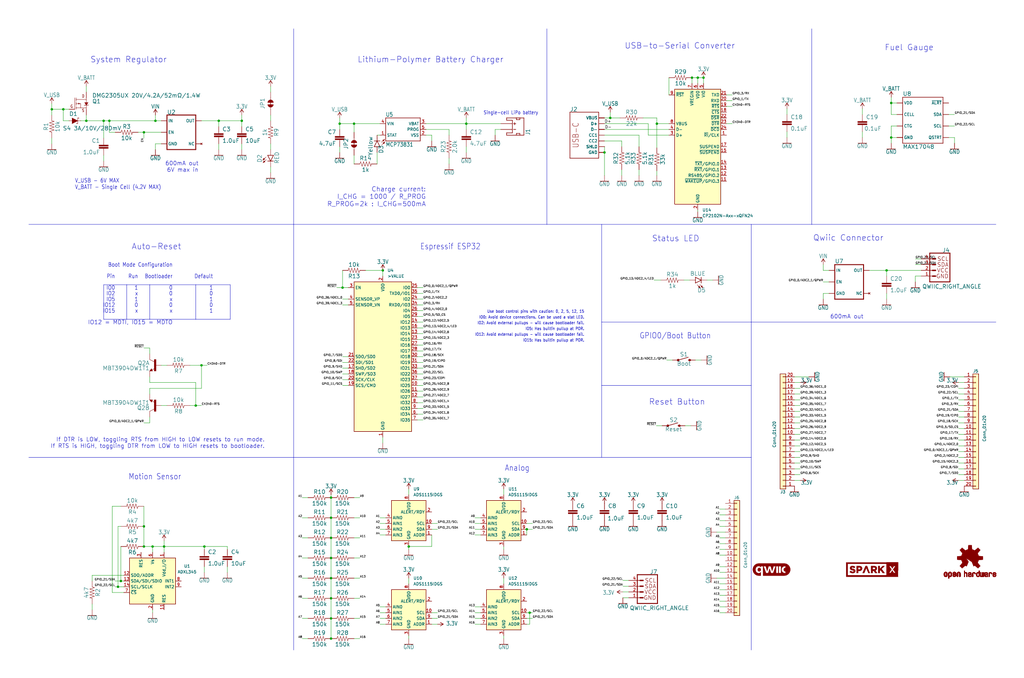
<source format=kicad_sch>
(kicad_sch (version 20230121) (generator eeschema)
  (paper "User" 451.815 299.39)
  (title_block (title "posture") (date "2023-02-28") (rev "0") (company "hasatio"))
  (lib_symbols
    (symbol "Analog_ADC:ADS1115IDGS"
      (property "Reference" "U" (at 2.54 13.97 0))
      (property "Value" "ADS1115IDGS" (at 7.62 11.43 0))
      (symbol "ADS1115IDGS_1_1"
        (pin input line (at 10.16 -5.08 180) (length 2.54) (name "ADDR") (number "1"))
        (pin input line (at 10.16 0 180) (length 2.54) (name "SCL") (number "10"))
        (pin output line (at 10.16 5.08 180) (length 2.54) (name "ALERT/RDY") (number "2"))
        (pin power_in line (at 0 -10.16 90) (length 2.54) (name "GND") (number "3"))
        (pin input line (at -10.16 2.54 0) (length 2.54) (name "AIN0") (number "4"))
        (pin input line (at -10.16 0 0) (length 2.54) (name "AIN1") (number "5"))
        (pin input line (at -10.16 -2.54 0) (length 2.54) (name "AIN2") (number "6"))
        (pin input line (at -10.16 -5.08 0) (length 2.54) (name "AIN3") (number "7"))
        (pin power_in line (at 0 12.7 270) (length 2.54) (name "VDD") (number "8"))
        (pin bidirectional line (at 10.16 -2.54 180) (length 2.54) (name "SDA") (number "9"))
      )
    )
    (symbol "Connector_Generic:Conn_01x20" (pin_names (offset 1.016) hide)
      (property "Reference" "J" (at 0 25.4 0))
      (property "Value" "Conn_01x20" (at 0 -27.94 0))
      (symbol "Conn_01x20_1_1"
        (pin passive line (at -5.08 22.86 0) (length 3.81) (name "Pin_1") (number "1"))
        (pin passive line (at -5.08 0 0) (length 3.81) (name "Pin_10") (number "10"))
        (pin passive line (at -5.08 -2.54 0) (length 3.81) (name "Pin_11") (number "11"))
        (pin passive line (at -5.08 -5.08 0) (length 3.81) (name "Pin_12") (number "12"))
        (pin passive line (at -5.08 -7.62 0) (length 3.81) (name "Pin_13") (number "13"))
        (pin passive line (at -5.08 -10.16 0) (length 3.81) (name "Pin_14") (number "14"))
        (pin passive line (at -5.08 -12.7 0) (length 3.81) (name "Pin_15") (number "15"))
        (pin passive line (at -5.08 -15.24 0) (length 3.81) (name "Pin_16") (number "16"))
        (pin passive line (at -5.08 -17.78 0) (length 3.81) (name "Pin_17") (number "17"))
        (pin passive line (at -5.08 -20.32 0) (length 3.81) (name "Pin_18") (number "18"))
        (pin passive line (at -5.08 -22.86 0) (length 3.81) (name "Pin_19") (number "19"))
        (pin passive line (at -5.08 20.32 0) (length 3.81) (name "Pin_2") (number "2"))
        (pin passive line (at -5.08 -25.4 0) (length 3.81) (name "Pin_20") (number "20"))
        (pin passive line (at -5.08 17.78 0) (length 3.81) (name "Pin_3") (number "3"))
        (pin passive line (at -5.08 15.24 0) (length 3.81) (name "Pin_4") (number "4"))
        (pin passive line (at -5.08 12.7 0) (length 3.81) (name "Pin_5") (number "5"))
        (pin passive line (at -5.08 10.16 0) (length 3.81) (name "Pin_6") (number "6"))
        (pin passive line (at -5.08 7.62 0) (length 3.81) (name "Pin_7") (number "7"))
        (pin passive line (at -5.08 5.08 0) (length 3.81) (name "Pin_8") (number "8"))
        (pin passive line (at -5.08 2.54 0) (length 3.81) (name "Pin_9") (number "9"))
      )
    )
    (symbol "Interface_USB:CP2102N-Axx-xQFN24"
      (property "Reference" "U" (at -8.89 26.67 0))
      (property "Value" "CP2102N-Axx-xQFN24" (at 13.97 26.67 0))
      (symbol "CP2102N-Axx-xQFN24_1_1"
        (pin bidirectional line (at 12.7 5.08 180) (length 2.54) (name "~{RI}/CLK") (number "1"))
        (pin no_connect line (at -10.16 -22.86 0) (length 2.54) hide (name "NC") (number "10"))
        (pin bidirectional line (at 12.7 -15.24 180) (length 2.54) (name "~{WAKEUP}/GPIO.3") (number "11"))
        (pin bidirectional line (at 12.7 -12.7 180) (length 2.54) (name "RS485/GPIO.2") (number "12"))
        (pin bidirectional line (at 12.7 -10.16 180) (length 2.54) (name "~{RXT}/GPIO.1") (number "13"))
        (pin bidirectional line (at 12.7 -7.62 180) (length 2.54) (name "~{TXT}/GPIO.0") (number "14"))
        (pin output line (at 12.7 -2.54 180) (length 2.54) (name "~{SUSPEND}") (number "15"))
        (pin no_connect line (at 10.16 -22.86 180) (length 2.54) hide (name "NC") (number "16"))
        (pin output line (at 12.7 0 180) (length 2.54) (name "SUSPEND") (number "17"))
        (pin input line (at 12.7 15.24 180) (length 2.54) (name "~{CTS}") (number "18"))
        (pin output line (at 12.7 17.78 180) (length 2.54) (name "~{RTS}") (number "19"))
        (pin power_in line (at 0 -27.94 90) (length 2.54) (name "GND") (number "2"))
        (pin input line (at 12.7 20.32 180) (length 2.54) (name "RXD") (number "20"))
        (pin output line (at 12.7 22.86 180) (length 2.54) (name "TXD") (number "21"))
        (pin input line (at 12.7 12.7 180) (length 2.54) (name "~{DSR}") (number "22"))
        (pin output line (at 12.7 10.16 180) (length 2.54) (name "~{DTR}") (number "23"))
        (pin input line (at 12.7 7.62 180) (length 2.54) (name "~{DCD}") (number "24"))
        (pin passive line (at 0 -27.94 90) (length 2.54) hide (name "GND") (number "25"))
        (pin bidirectional line (at -12.7 5.08 0) (length 2.54) (name "D+") (number "3"))
        (pin bidirectional line (at -12.7 7.62 0) (length 2.54) (name "D-") (number "4"))
        (pin power_in line (at 2.54 27.94 270) (length 2.54) (name "VIO") (number "5"))
        (pin power_in line (at 0 27.94 270) (length 2.54) (name "VDD") (number "6"))
        (pin power_in line (at -2.54 27.94 270) (length 2.54) (name "VREGIN") (number "7"))
        (pin input line (at -12.7 10.16 0) (length 2.54) (name "VBUS") (number "8"))
        (pin input line (at -12.7 22.86 0) (length 2.54) (name "~{RST}") (number "9"))
      )
    )
    (symbol "RF_Module:ESP32-WROOM-32"
      (property "Reference" "U" (at -12.7 34.29 0))
      (property "Value" "ESP32-WROOM-32" (at 1.27 34.29 0))
      (symbol "ESP32-WROOM-32_1_1"
        (pin power_in line (at 0 -35.56 90) (length 2.54) (name "GND") (number "1"))
        (pin bidirectional line (at 15.24 -12.7 180) (length 2.54) (name "IO25") (number "10"))
        (pin bidirectional line (at 15.24 -15.24 180) (length 2.54) (name "IO26") (number "11"))
        (pin bidirectional line (at 15.24 -17.78 180) (length 2.54) (name "IO27") (number "12"))
        (pin bidirectional line (at 15.24 10.16 180) (length 2.54) (name "IO14") (number "13"))
        (pin bidirectional line (at 15.24 15.24 180) (length 2.54) (name "IO12") (number "14"))
        (pin passive line (at 0 -35.56 90) (length 2.54) hide (name "GND") (number "15"))
        (pin bidirectional line (at 15.24 12.7 180) (length 2.54) (name "IO13") (number "16"))
        (pin bidirectional line (at -15.24 -5.08 0) (length 2.54) (name "SHD/SD2") (number "17"))
        (pin bidirectional line (at -15.24 -7.62 0) (length 2.54) (name "SWP/SD3") (number "18"))
        (pin bidirectional line (at -15.24 -12.7 0) (length 2.54) (name "SCS/CMD") (number "19"))
        (pin power_in line (at 0 35.56 270) (length 2.54) (name "VDD") (number "2"))
        (pin bidirectional line (at -15.24 -10.16 0) (length 2.54) (name "SCK/CLK") (number "20"))
        (pin bidirectional line (at -15.24 0 0) (length 2.54) (name "SDO/SD0") (number "21"))
        (pin bidirectional line (at -15.24 -2.54 0) (length 2.54) (name "SDI/SD1") (number "22"))
        (pin bidirectional line (at 15.24 7.62 180) (length 2.54) (name "IO15") (number "23"))
        (pin bidirectional line (at 15.24 25.4 180) (length 2.54) (name "IO2") (number "24"))
        (pin bidirectional line (at 15.24 30.48 180) (length 2.54) (name "IO0") (number "25"))
        (pin bidirectional line (at 15.24 20.32 180) (length 2.54) (name "IO4") (number "26"))
        (pin bidirectional line (at 15.24 5.08 180) (length 2.54) (name "IO16") (number "27"))
        (pin bidirectional line (at 15.24 2.54 180) (length 2.54) (name "IO17") (number "28"))
        (pin bidirectional line (at 15.24 17.78 180) (length 2.54) (name "IO5") (number "29"))
        (pin input line (at -15.24 30.48 0) (length 2.54) (name "EN") (number "3"))
        (pin bidirectional line (at 15.24 0 180) (length 2.54) (name "IO18") (number "30"))
        (pin bidirectional line (at 15.24 -2.54 180) (length 2.54) (name "IO19") (number "31"))
        (pin no_connect line (at -12.7 -27.94 0) (length 2.54) hide (name "NC") (number "32"))
        (pin bidirectional line (at 15.24 -5.08 180) (length 2.54) (name "IO21") (number "33"))
        (pin bidirectional line (at 15.24 22.86 180) (length 2.54) (name "RXD0/IO3") (number "34"))
        (pin bidirectional line (at 15.24 27.94 180) (length 2.54) (name "TXD0/IO1") (number "35"))
        (pin bidirectional line (at 15.24 -7.62 180) (length 2.54) (name "IO22") (number "36"))
        (pin bidirectional line (at 15.24 -10.16 180) (length 2.54) (name "IO23") (number "37"))
        (pin passive line (at 0 -35.56 90) (length 2.54) hide (name "GND") (number "38"))
        (pin passive line (at 0 -35.56 90) (length 2.54) hide (name "GND") (number "39"))
        (pin input line (at -15.24 25.4 0) (length 2.54) (name "SENSOR_VP") (number "4"))
        (pin input line (at -15.24 22.86 0) (length 2.54) (name "SENSOR_VN") (number "5"))
        (pin input line (at 15.24 -25.4 180) (length 2.54) (name "IO34") (number "6"))
        (pin input line (at 15.24 -27.94 180) (length 2.54) (name "IO35") (number "7"))
        (pin bidirectional line (at 15.24 -20.32 180) (length 2.54) (name "IO32") (number "8"))
        (pin bidirectional line (at 15.24 -22.86 180) (length 2.54) (name "IO33") (number "9"))
      )
    )
    (symbol "Sensor_Motion:ADXL343"
      (property "Reference" "U" (at -8.89 11.43 0))
      (property "Value" "ADXL343" (at -7.62 -11.43 0))
      (symbol "ADXL343_1_1"
        (pin power_in line (at 5.08 12.7 270) (length 2.54) (name "Vdd_I/O") (number "1"))
        (pin no_connect line (at -5.08 -10.16 90) (length 2.54) hide (name "NC") (number "10"))
        (pin passive line (at 5.08 -12.7 90) (length 2.54) (name "RES") (number "11"))
        (pin bidirectional line (at -12.7 2.54 0) (length 2.54) (name "SDO/ADDR") (number "12"))
        (pin bidirectional line (at -12.7 0 0) (length 2.54) (name "SDA/SDI/SDIO") (number "13"))
        (pin input line (at -12.7 -2.54 0) (length 2.54) (name "SCL/SCLK") (number "14"))
        (pin power_in line (at 0 -12.7 90) (length 2.54) (name "GND") (number "2"))
        (pin passive line (at -5.08 12.7 270) (length 2.54) (name "RES") (number "3"))
        (pin passive line (at 0 -12.7 90) (length 2.54) hide (name "GND") (number "4"))
        (pin passive line (at 0 -12.7 90) (length 2.54) hide (name "GND") (number "5"))
        (pin power_in line (at 0 12.7 270) (length 2.54) (name "Vs") (number "6"))
        (pin input line (at -12.7 -5.08 0) (length 2.54) (name "~{CS}") (number "7"))
        (pin output line (at 12.7 0 180) (length 2.54) (name "INT1") (number "8"))
        (pin output line (at 12.7 -2.54 180) (length 2.54) (name "INT2") (number "9"))
      )
    )
    (symbol "SparkFun ESP32 Thing Plus C-eagle-import:0.1UF-0402T-16V-10%"
      (property "Reference" "C" (at 1.524 2.921 0))
      (property "Value" "0.1UF-0402T-16V-10%" (at 1.524 -2.159 0))
      (symbol "0.1UF-0402T-16V-10%_1_0"
        (pin passive line (at 0 5.08 270) (length 2.54) (name "1") (number "1"))
        (pin passive line (at 0 -2.54 90) (length 2.54) (name "2") (number "2"))
      )
    )
    (symbol "SparkFun ESP32 Thing Plus C-eagle-import:0.1UF-0402T-6.3V-10%-X7R"
      (property "Reference" "C" (at 1.524 2.921 0))
      (property "Value" "0.1UF-0402T-6.3V-10%-X7R" (at 1.524 -2.159 0))
      (symbol "0.1UF-0402T-6.3V-10%-X7R_1_0"
        (pin passive line (at 0 5.08 270) (length 2.54) (name "1") (number "1"))
        (pin passive line (at 0 -2.54 90) (length 2.54) (name "2") (number "2"))
      )
    )
    (symbol "SparkFun ESP32 Thing Plus C-eagle-import:1.0UF-0402T-16V-10%"
      (property "Reference" "C" (at 1.524 2.921 0))
      (property "Value" "1.0UF-0402T-16V-10%" (at 1.524 -2.159 0))
      (symbol "1.0UF-0402T-16V-10%_1_0"
        (pin passive line (at 0 5.08 270) (length 2.54) (name "1") (number "1"))
        (pin passive line (at 0 -2.54 90) (length 2.54) (name "2") (number "2"))
      )
    )
    (symbol "SparkFun ESP32 Thing Plus C-eagle-import:10KOHM-0402T-1{slash}16W-1%"
      (property "Reference" "R" (at 0 1.524 0))
      (property "Value" "10KOHM-0402T-1{slash}16W-1%" (at 0 -1.524 0))
      (symbol "10KOHM-0402T-1{slash}16W-1%_1_0"
        (pin passive line (at -5.08 0 0) (length 2.54) (name "1") (number "1"))
        (pin passive line (at 5.08 0 180) (length 2.54) (name "2") (number "2"))
      )
    )
    (symbol "SparkFun ESP32 Thing Plus C-eagle-import:10UF-0402T-6.3V-20%"
      (property "Reference" "C" (at 1.524 2.921 0))
      (property "Value" "10UF-0402T-6.3V-20%" (at 1.524 -2.159 0))
      (symbol "10UF-0402T-6.3V-20%_1_0"
        (pin passive line (at 0 5.08 270) (length 2.54) (name "1") (number "1"))
        (pin passive line (at 0 -2.54 90) (length 2.54) (name "2") (number "2"))
      )
    )
    (symbol "SparkFun ESP32 Thing Plus C-eagle-import:1KOHM-0402T-1{slash}16W-1%"
      (property "Reference" "R" (at 0 1.524 0))
      (property "Value" "1KOHM-0402T-1{slash}16W-1%" (at 0 -1.524 0))
      (symbol "1KOHM-0402T-1{slash}16W-1%_1_0"
        (pin passive line (at -5.08 0 0) (length 2.54) (name "1") (number "1"))
        (pin passive line (at 5.08 0 180) (length 2.54) (name "2") (number "2"))
      )
    )
    (symbol "SparkFun ESP32 Thing Plus C-eagle-import:2.0KOHM-0603-1{slash}10W-5%"
      (property "Reference" "R" (at 0 1.524 0))
      (property "Value" "2.0KOHM-0603-1{slash}10W-5%" (at 0 -1.524 0))
      (symbol "2.0KOHM-0603-1{slash}10W-5%_1_0"
        (pin passive line (at -5.08 0 0) (length 2.54) (name "1") (number "1"))
        (pin passive line (at 5.08 0 180) (length 2.54) (name "2") (number "2"))
      )
    )
    (symbol "SparkFun ESP32 Thing Plus C-eagle-import:3.3V" (power)
      (property "Value" "3.3V" (at 0 2.794 0))
      (symbol "3.3V_1_0"
        (pin power_in line (at 0 0 90) (length 2.54) (name "3.3V") (number "1"))
      )
    )
    (symbol "SparkFun ESP32 Thing Plus C-eagle-import:4.7UF-0402_TIGHT-6.3V-20%-X5R"
      (property "Reference" "C" (at 1.524 2.921 0))
      (property "Value" "4.7UF-0402_TIGHT-6.3V-20%-X5R" (at 1.524 -2.159 0))
      (symbol "4.7UF-0402_TIGHT-6.3V-20%-X5R_1_0"
        (pin passive line (at 0 5.08 270) (length 2.54) (name "1") (number "1"))
        (pin passive line (at 0 -2.54 90) (length 2.54) (name "2") (number "2"))
      )
    )
    (symbol "SparkFun ESP32 Thing Plus C-eagle-import:4.7UF-0603-35V-(20%)"
      (property "Reference" "C" (at 1.524 2.921 0))
      (property "Value" "4.7UF-0603-35V-(20%)" (at 1.524 -2.159 0))
      (symbol "4.7UF-0603-35V-(20%)_1_0"
        (pin passive line (at 0 5.08 270) (length 2.54) (name "1") (number "1"))
        (pin passive line (at 0 -2.54 90) (length 2.54) (name "2") (number "2"))
      )
    )
    (symbol "SparkFun ESP32 Thing Plus C-eagle-import:5.1KOHM-0402T-1{slash}16W-1%"
      (property "Reference" "R" (at 0 1.524 0))
      (property "Value" "5.1KOHM-0402T-1{slash}16W-1%" (at 0 -1.524 0))
      (symbol "5.1KOHM-0402T-1{slash}16W-1%_1_0"
        (pin passive line (at -5.08 0 0) (length 2.54) (name "1") (number "1"))
        (pin passive line (at 5.08 0 180) (length 2.54) (name "2") (number "2"))
      )
    )
    (symbol "SparkFun ESP32 Thing Plus C-eagle-import:DIODE-SCHOTTKY-BAT60A"
      (property "Reference" "D" (at -2.54 2.032 0))
      (property "Value" "DIODE-SCHOTTKY-BAT60A" (at -2.54 -2.032 0))
      (symbol "DIODE-SCHOTTKY-BAT60A_1_0"
        (pin passive line (at -2.54 0 0) (length 0) (name "A") (number "A"))
        (pin passive line (at 2.54 0 180) (length 0) (name "C") (number "C"))
      )
    )
    (symbol "SparkFun ESP32 Thing Plus C-eagle-import:GND" (power)
      (property "Value" "GND" (at 0 -0.254 0))
      (symbol "GND_1_0"
        (pin power_in line (at 0 2.54 270) (length 2.54) (name "GND") (number "1"))
      )
    )
    (symbol "SparkFun ESP32 Thing Plus C-eagle-import:JST_2MM_MALE"
      (property "Reference" "J" (at -2.54 5.842 0))
      (symbol "JST_2MM_MALE_1_0"
        (pin bidirectional line (at 0 -5.08 90) (length 5.08) (name "-") (number "1"))
        (pin bidirectional line (at 2.54 -5.08 90) (length 5.08) (name "+") (number "2"))
        (pin bidirectional line (at -2.54 2.54 90) (length 0) (name "PAD1") (number "NC1"))
        (pin bidirectional line (at 5.08 2.54 90) (length 0) (name "PAD2") (number "NC2"))
      )
    )
    (symbol "SparkFun ESP32 Thing Plus C-eagle-import:JUMPER-SMT_2_NC_TRACE_SILK"
      (property "Reference" "JP" (at -2.54 2.54 0))
      (property "Value" "JUMPER-SMT_2_NC_TRACE_SILK" (at -2.54 -2.54 0))
      (symbol "JUMPER-SMT_2_NC_TRACE_SILK_1_0"
        (pin passive line (at -5.08 0 0) (length 2.54) (name "1") (number "1"))
        (pin passive line (at 5.08 0 180) (length 2.54) (name "2") (number "2"))
      )
    )
    (symbol "SparkFun ESP32 Thing Plus C-eagle-import:LED-BLUE0603"
      (property "Reference" "D" (at -3.429 -4.572 90))
      (property "Value" "LED-BLUE0603" (at 1.905 -4.572 90))
      (symbol "LED-BLUE0603_1_0"
        (pin passive line (at 0 2.54 270) (length 2.54) (name "A") (number "A"))
        (pin passive line (at 0 -5.08 90) (length 2.54) (name "C") (number "C"))
      )
    )
    (symbol "SparkFun ESP32 Thing Plus C-eagle-import:LED-RED0603"
      (property "Reference" "D" (at -3.429 -4.572 90))
      (property "Value" "LED-RED0603" (at 1.905 -4.572 90))
      (symbol "LED-RED0603_1_0"
        (pin passive line (at 0 2.54 270) (length 2.54) (name "A") (number "A"))
        (pin passive line (at 0 -5.08 90) (length 2.54) (name "C") (number "C"))
      )
    )
    (symbol "SparkFun ESP32 Thing Plus C-eagle-import:LED-YELLOW0603"
      (property "Reference" "D" (at -3.429 -4.572 90))
      (property "Value" "LED-YELLOW0603" (at 1.905 -4.572 90))
      (symbol "LED-YELLOW0603_1_0"
        (pin passive line (at 0 2.54 270) (length 2.54) (name "A") (number "A"))
        (pin passive line (at 0 -5.08 90) (length 2.54) (name "C") (number "C"))
      )
    )
    (symbol "SparkFun ESP32 Thing Plus C-eagle-import:MAX17048DFN8"
      (property "Reference" "U" (at -10.16 10.668 0))
      (property "Value" "MAX17048DFN8" (at -10.16 -12.7 0))
      (symbol "MAX17048DFN8_1_0"
        (pin input line (at -12.7 -2.54 0) (length 2.54) (name "CTG") (number "1"))
        (pin input line (at -12.7 2.54 0) (length 2.54) (name "CELL") (number "2"))
        (pin bidirectional line (at -12.7 7.62 0) (length 2.54) (name "VDD") (number "3"))
        (pin bidirectional line (at -12.7 -7.62 0) (length 2.54) (name "GND") (number "4"))
        (pin bidirectional line (at 10.16 7.62 180) (length 2.54) (name "~{ALRT}") (number "5"))
        (pin bidirectional line (at 10.16 -7.62 180) (length 2.54) (name "QSTRT") (number "6"))
        (pin output line (at 10.16 -2.54 180) (length 2.54) (name "SCL") (number "7"))
        (pin input line (at 10.16 2.54 180) (length 2.54) (name "SDA") (number "8"))
        (pin bidirectional line (at -12.7 -7.62 0) (length 2.54) (name "GND") (number "9"))
      )
    )
    (symbol "SparkFun ESP32 Thing Plus C-eagle-import:MCP73831"
      (property "Reference" "U" (at -7.62 5.588 0))
      (property "Value" "MCP73831" (at -7.62 -7.62 0))
      (symbol "MCP73831_1_0"
        (pin output line (at -10.16 -2.54 0) (length 2.54) (name "STAT") (number "1"))
        (pin power_in line (at 10.16 -2.54 180) (length 2.54) (name "VSS") (number "2"))
        (pin power_in line (at 10.16 2.54 180) (length 2.54) (name "VBAT") (number "3"))
        (pin power_in line (at -10.16 2.54 0) (length 2.54) (name "VIN") (number "4"))
        (pin input line (at 10.16 0 180) (length 2.54) (name "PROG") (number "5"))
      )
    )
    (symbol "SparkFun ESP32 Thing Plus C-eagle-import:MOMENTARY-SWITCH-SPST-SMD-4.6X2.8MM"
      (property "Reference" "S" (at 0 1.524 0))
      (property "Value" "MOMENTARY-SWITCH-SPST-SMD-4.6X2.8MM" (at 0 -0.508 0))
      (symbol "MOMENTARY-SWITCH-SPST-SMD-4.6X2.8MM_1_0"
        (pin passive line (at -5.08 0 0) (length 2.54) (name "1") (number "1"))
        (pin passive line (at -5.08 0 0) (length 2.54) (name "1") (number "2"))
        (pin passive line (at 5.08 0 180) (length 2.54) (name "2") (number "3"))
        (pin passive line (at 5.08 0 180) (length 2.54) (name "2") (number "4"))
      )
    )
    (symbol "SparkFun ESP32 Thing Plus C-eagle-import:MOSFET_PCH-DMG2305UX-7"
      (property "Reference" "Q" (at 5.08 0 0))
      (property "Value" "MOSFET_PCH-DMG2305UX-7" (at 5.08 -2.54 0))
      (symbol "MOSFET_PCH-DMG2305UX-7_1_0"
        (text "D" (at 0.508 2.54 0) (effects (font (size 1.27 1.0795)) (justify left bottom)))
        (text "G" (at -3.302 -0.508 0) (effects (font (size 1.27 1.0795)) (justify right top)))
        (text "S" (at 0.508 -3.81 0) (effects (font (size 1.27 1.0795)) (justify left bottom)))
        (pin bidirectional line (at -5.08 -2.54 0) (length 2.54) (name "G") (number "1"))
        (pin bidirectional line (at 2.54 -5.08 90) (length 2.54) (name "S") (number "2"))
        (pin bidirectional line (at 2.54 5.08 270) (length 2.54) (name "D") (number "3"))
      )
    )
    (symbol "SparkFun ESP32 Thing Plus C-eagle-import:OSHW-LOGOMINI")
    (symbol "SparkFun ESP32 Thing Plus C-eagle-import:QWIIC_CONNECTORJS-1MM"
      (property "Reference" "J" (at -5.08 7.874 0))
      (property "Value" "QWIIC_CONNECTORJS-1MM" (at -5.08 -5.334 0))
      (symbol "QWIIC_CONNECTORJS-1MM_1_0"
        (text "GND" (at -4.572 -2.54 0) (effects (font (size 1.778 1.778)) (justify left)))
        (text "SCL" (at -4.572 5.08 0) (effects (font (size 1.778 1.778)) (justify left)))
        (text "SDA" (at -4.572 2.54 0) (effects (font (size 1.778 1.778)) (justify left)))
        (text "VCC" (at -4.572 0 0) (effects (font (size 1.778 1.778)) (justify left)))
        (pin power_in line (at 7.62 -2.54 180) (length 5.08) (name "1") (number "1"))
        (pin power_in line (at 7.62 0 180) (length 5.08) (name "2") (number "2"))
        (pin passive line (at 7.62 2.54 180) (length 5.08) (name "3") (number "3"))
        (pin passive line (at 7.62 5.08 180) (length 5.08) (name "4") (number "4"))
      )
    )
    (symbol "SparkFun ESP32 Thing Plus C-eagle-import:QWIIC_LOGO_4MM")
    (symbol "SparkFun ESP32 Thing Plus C-eagle-import:SPARKX-LOGO4")
    (symbol "SparkFun ESP32 Thing Plus C-eagle-import:TRANS_NPN_DUAL-MBT3904DW1T1"
      (property "Reference" "Q" (at 2.54 0 0))
      (property "Value" "TRANS_NPN_DUAL-MBT3904DW1T1" (at 2.54 -2.286 0))
      (symbol "TRANS_NPN_DUAL-MBT3904DW1T1_1_0"
        (pin passive line (at 2.54 5.08 270) (length 2.54) (name "C") (number "3"))
        (pin passive line (at 2.54 -5.08 90) (length 2.54) (name "E") (number "4"))
        (pin passive line (at -2.54 0 0) (length 2.54) (name "B") (number "5"))
      )
      (symbol "TRANS_NPN_DUAL-MBT3904DW1T1_2_0"
        (pin passive line (at 2.54 -5.08 90) (length 2.54) (name "E") (number "1"))
        (pin passive line (at -2.54 0 0) (length 2.54) (name "B") (number "2"))
        (pin passive line (at 2.54 5.08 270) (length 2.54) (name "C") (number "6"))
      )
    )
    (symbol "SparkFun ESP32 Thing Plus C-eagle-import:USB_C_2-LAYER_PADS"
      (property "Reference" "J" (at -2.54 10.414 0))
      (property "Value" "USB_C_2-LAYER_PADS" (at -2.54 -12.446 0))
      (symbol "USB_C_2-LAYER_PADS_1_0"
        (text "USB-C" (at 0 0 900) (effects (font (size 2.54 2.159))))
        (pin bidirectional line (at 12.7 0 180) (length 2.54) (name "CC1") (number "A5"))
        (pin bidirectional line (at 12.7 5.08 180) (length 2.54) (name "D+") (number "A6"))
        (pin bidirectional line (at 12.7 2.54 180) (length 2.54) (name "D-") (number "A7"))
        (pin bidirectional line (at 12.7 -2.54 180) (length 2.54) (name "CC2") (number "B5"))
        (pin bidirectional line (at 12.7 5.08 180) (length 2.54) (name "D+") (number "B6"))
        (pin bidirectional line (at 12.7 2.54 180) (length 2.54) (name "D-") (number "B7"))
        (pin bidirectional line (at 12.7 -7.62 180) (length 2.54) (name "GND") (number "GND"))
        (pin bidirectional line (at 12.7 -7.62 180) (length 2.54) (name "GND") (number "GND2"))
        (pin bidirectional line (at 12.7 -5.08 180) (length 2.54) (name "SHLD") (number "SHLD1"))
        (pin bidirectional line (at 12.7 -5.08 180) (length 2.54) (name "SHLD") (number "SHLD2"))
        (pin bidirectional line (at 12.7 -5.08 180) (length 2.54) (name "SHLD") (number "SHLD3"))
        (pin bidirectional line (at 12.7 -5.08 180) (length 2.54) (name "SHLD") (number "SHLD4"))
        (pin bidirectional line (at 12.7 7.62 180) (length 2.54) (name "VBUS") (number "VBUS1"))
        (pin bidirectional line (at 12.7 7.62 180) (length 2.54) (name "VBUS") (number "VBUS2"))
      )
    )
    (symbol "SparkFun ESP32 Thing Plus C-eagle-import:VIN" (power)
      (property "Value" "VIN" (at 0 2.794 0))
      (symbol "VIN_1_0"
        (pin power_in line (at 0 0 90) (length 2.54) (name "VIN") (number "1"))
      )
    )
    (symbol "SparkFun ESP32 Thing Plus C-eagle-import:V_BATT" (power)
      (property "Value" "V_BATT" (at 0 2.794 0))
      (symbol "V_BATT_1_0"
        (pin power_in line (at 0 0 90) (length 2.54) (name "V_BATT") (number "1"))
      )
    )
    (symbol "SparkFun ESP32 Thing Plus C-eagle-import:V_REG_AP2112K-3.3V"
      (property "Reference" "U" (at -7.62 7.874 0))
      (property "Value" "V_REG_AP2112K-3.3V" (at -7.62 -7.874 0))
      (symbol "V_REG_AP2112K-3.3V_1_0"
        (pin input line (at -10.16 5.08 0) (length 2.54) (name "IN") (number "1"))
        (pin input line (at -10.16 -5.08 0) (length 2.54) (name "GND") (number "2"))
        (pin input line (at -10.16 0 0) (length 2.54) (name "EN") (number "3"))
        (pin no_connect line (at 7.62 -5.08 180) (length 2.54) (name "NC") (number "4"))
        (pin passive line (at 7.62 5.08 180) (length 2.54) (name "OUT") (number "5"))
      )
    )
    (symbol "SparkFun ESP32 Thing Plus C-eagle-import:V_USB" (power)
      (property "Value" "V_USB" (at 0 2.794 0))
      (symbol "V_USB_1_0"
        (pin power_in line (at 0 0 90) (length 2.54) (name "V_USB") (number "1"))
      )
    )
  )
  (junction (at 146.05 237.49))
  (junction (at 305.308 34.29))
  (junction (at 52.07 259.08))
  (junction (at 45.72 53.34))
  (junction (at 151.13 127))
  (junction (at 146.05 228.6))
  (junction (at 149.86 54.61))
  (junction (at 63.5 241.3))
  (junction (at 269.24 52.07))
  (junction (at 180.34 241.3))
  (junction (at 146.05 219.71))
  (junction (at 266.7 67.31))
  (junction (at 146.05 246.38))
  (junction (at 233.68 270.51))
  (junction (at 168.91 119.38))
  (junction (at 146.05 264.16))
  (junction (at 310.388 34.29))
  (junction (at 88.9 161.29))
  (junction (at 63.5 58.42))
  (junction (at 205.74 54.61))
  (junction (at 90.17 241.3))
  (junction (at 86.36 179.07))
  (junction (at 391.16 119.38))
  (junction (at 27.94 48.26))
  (junction (at 38.1 53.34))
  (junction (at 48.26 53.34))
  (junction (at 307.848 34.29))
  (junction (at 393.192 60.706))
  (junction (at 393.192 45.466))
  (junction (at 72.39 241.3))
  (junction (at 63.5 232.41))
  (junction (at 146.05 255.27))
  (junction (at 106.68 53.34))
  (junction (at 146.05 273.05))
  (junction (at 146.05 281.94))
  (junction (at 289.814 54.61))
  (junction (at 22.86 48.26))
  (junction (at 67.31 241.3))
  (junction (at 232.41 233.68))
  (junction (at 68.58 53.34))
  (junction (at 96.52 53.34))
  (junction (at 156.21 54.61))
  (junction (at 53.34 256.54))
  (wire (pts (xy 151.13 167.64) (xy 153.67 167.64)))
  (wire (pts (xy 273.558 52.07) (xy 269.24 52.07)))
  (wire (pts (xy 186.69 144.78) (xy 184.15 144.78)))
  (wire (pts (xy 350.52 201.93) (xy 353.06 201.93)))
  (wire (pts (xy 421.132 60.706) (xy 421.132 63.246)))
  (wire (pts (xy 133.35 255.27) (xy 135.89 255.27)))
  (wire (pts (xy 151.13 134.62) (xy 153.67 134.62)))
  (wire (pts (xy 317.5 245.11) (xy 320.04 245.11)))
  (polyline (pts (xy 331.47 142.24) (xy 439.42 142.24)))
  (wire (pts (xy 88.9 171.45) (xy 88.9 161.29)))
  (wire (pts (xy 380.492 58.166) (xy 380.492 60.706)))
  (wire (pts (xy 151.13 165.1) (xy 153.67 165.1)))
  (wire (pts (xy 167.64 270.51) (xy 170.18 270.51)))
  (wire (pts (xy 168.91 119.38) (xy 168.91 121.92)))
  (wire (pts (xy 153.67 127) (xy 151.13 127)))
  (wire (pts (xy 350.52 171.45) (xy 353.06 171.45)))
  (wire (pts (xy 186.69 134.62) (xy 184.15 134.62)))
  (wire (pts (xy 422.91 199.39) (xy 425.45 199.39)))
  (wire (pts (xy 347.218 58.166) (xy 347.218 60.706)))
  (wire (pts (xy 289.814 75.438) (xy 289.814 77.47)))
  (wire (pts (xy 52.07 259.08) (xy 54.61 259.08)))
  (wire (pts (xy 68.58 53.34) (xy 48.26 53.34)))
  (wire (pts (xy 158.75 219.71) (xy 156.21 219.71)))
  (wire (pts (xy 418.592 55.626) (xy 421.132 55.626)))
  (wire (pts (xy 68.58 53.34) (xy 68.58 50.8)))
  (wire (pts (xy 71.12 63.5) (xy 68.58 63.5)))
  (polyline (pts (xy 265.43 170.18) (xy 331.47 170.18)))
  (polyline (pts (xy 101.6 125.73) (xy 101.6 140.97)))
  (wire (pts (xy 422.91 186.69) (xy 425.45 186.69)))
  (wire (pts (xy 422.91 204.47) (xy 425.45 204.47)))
  (wire (pts (xy 53.34 241.3) (xy 53.34 256.54)))
  (wire (pts (xy 383.54 119.38) (xy 391.16 119.38)))
  (wire (pts (xy 209.55 270.51) (xy 212.09 270.51)))
  (wire (pts (xy 395.732 50.546) (xy 393.192 50.546)))
  (wire (pts (xy 198.12 57.15) (xy 198.12 59.69)))
  (wire (pts (xy 146.05 219.71) (xy 146.05 228.6)))
  (wire (pts (xy 187.96 59.69) (xy 190.5 59.69)))
  (wire (pts (xy 350.52 168.91) (xy 353.06 168.91)))
  (wire (pts (xy 66.04 186.69) (xy 63.5 186.69)))
  (wire (pts (xy 310.388 34.29) (xy 307.848 34.29)))
  (wire (pts (xy 52.07 232.41) (xy 52.07 259.08)))
  (wire (pts (xy 286.004 54.61) (xy 266.7 54.61)))
  (polyline (pts (xy 129.54 201.93) (xy 265.43 201.93)))
  (polyline (pts (xy 45.72 140.97) (xy 45.72 125.73)))
  (wire (pts (xy 274.32 77.47) (xy 274.32 74.93)))
  (wire (pts (xy 86.36 168.91) (xy 66.04 168.91)))
  (wire (pts (xy 38.1 38.1) (xy 38.1 40.64)))
  (wire (pts (xy 50.8 259.08) (xy 52.07 259.08)))
  (wire (pts (xy 151.13 132.08) (xy 153.67 132.08)))
  (wire (pts (xy 40.64 269.24) (xy 40.64 266.7)))
  (wire (pts (xy 149.86 67.31) (xy 149.86 64.77)))
  (wire (pts (xy 418.592 50.546) (xy 421.132 50.546)))
  (wire (pts (xy 156.21 54.61) (xy 167.64 54.61)))
  (wire (pts (xy 350.52 191.77) (xy 353.06 191.77)))
  (wire (pts (xy 22.86 63.5) (xy 22.86 60.96)))
  (wire (pts (xy 186.69 149.86) (xy 184.15 149.86)))
  (wire (pts (xy 190.5 59.69) (xy 190.5 62.23)))
  (wire (pts (xy 86.36 179.07) (xy 88.9 179.07)))
  (wire (pts (xy 350.52 207.01) (xy 353.06 207.01)))
  (wire (pts (xy 73.66 179.07) (xy 71.12 179.07)))
  (wire (pts (xy 316.23 255.27) (xy 320.04 255.27)))
  (wire (pts (xy 186.69 185.42) (xy 184.15 185.42)))
  (wire (pts (xy 63.5 58.42) (xy 63.5 60.96)))
  (wire (pts (xy 149.86 54.61) (xy 149.86 52.07)))
  (wire (pts (xy 306.832 159.004) (xy 309.372 159.004)))
  (wire (pts (xy 209.55 267.97) (xy 212.09 267.97)))
  (wire (pts (xy 317.5 252.73) (xy 320.04 252.73)))
  (wire (pts (xy 205.74 54.61) (xy 187.96 54.61)))
  (wire (pts (xy 205.74 57.15) (xy 205.74 54.61)))
  (wire (pts (xy 305.308 34.29) (xy 305.308 36.83)))
  (wire (pts (xy 73.66 161.29) (xy 71.12 161.29)))
  (wire (pts (xy 133.35 228.6) (xy 135.89 228.6)))
  (wire (pts (xy 233.68 270.51) (xy 232.41 270.51)))
  (wire (pts (xy 27.94 53.34) (xy 30.48 53.34)))
  (wire (pts (xy 391.16 119.38) (xy 406.4 119.38)))
  (wire (pts (xy 266.7 62.23) (xy 274.32 62.23)))
  (wire (pts (xy 146.05 228.6) (xy 146.05 237.49)))
  (wire (pts (xy 53.34 256.54) (xy 54.61 256.54)))
  (wire (pts (xy 151.13 119.38) (xy 151.13 127)))
  (wire (pts (xy 314.452 123.698) (xy 311.912 123.698)))
  (wire (pts (xy 395.732 55.626) (xy 393.192 55.626)))
  (wire (pts (xy 266.7 67.31) (xy 266.7 77.47)))
  (wire (pts (xy 186.69 180.34) (xy 184.15 180.34)))
  (wire (pts (xy 187.96 57.15) (xy 198.12 57.15)))
  (wire (pts (xy 158.75 237.49) (xy 156.21 237.49)))
  (wire (pts (xy 323.088 54.61) (xy 320.548 54.61)))
  (wire (pts (xy 274.828 261.366) (xy 277.368 261.366)))
  (wire (pts (xy 167.64 233.68) (xy 170.18 233.68)))
  (wire (pts (xy 274.32 62.23) (xy 274.32 64.77)))
  (wire (pts (xy 209.55 275.59) (xy 212.09 275.59)))
  (wire (pts (xy 167.64 267.97) (xy 170.18 267.97)))
  (wire (pts (xy 50.8 256.54) (xy 53.34 256.54)))
  (wire (pts (xy 350.52 189.23) (xy 353.06 189.23)))
  (wire (pts (xy 393.192 60.706) (xy 393.192 63.246)))
  (wire (pts (xy 146.05 264.16) (xy 146.05 273.05)))
  (polyline (pts (xy 86.36 125.73) (xy 86.36 140.97)))
  (wire (pts (xy 289.814 52.07) (xy 289.814 54.61)))
  (wire (pts (xy 133.35 219.71) (xy 135.89 219.71)))
  (wire (pts (xy 88.9 161.29) (xy 91.44 161.29)))
  (wire (pts (xy 63.5 58.42) (xy 71.12 58.42)))
  (wire (pts (xy 90.17 241.3) (xy 90.17 242.57)))
  (wire (pts (xy 347.218 48.006) (xy 347.218 50.546)))
  (wire (pts (xy 205.74 67.31) (xy 205.74 64.77)))
  (wire (pts (xy 380.492 48.006) (xy 380.492 50.546)))
  (wire (pts (xy 96.52 66.04) (xy 96.52 63.5)))
  (wire (pts (xy 38.1 53.34) (xy 45.72 53.34)))
  (wire (pts (xy 266.7 59.69) (xy 281.94 59.69)))
  (polyline (pts (xy 331.47 287.02) (xy 331.47 201.93)))
  (wire (pts (xy 307.848 34.29) (xy 305.308 34.29)))
  (wire (pts (xy 186.69 137.16) (xy 184.15 137.16)))
  (wire (pts (xy 22.86 50.8) (xy 22.86 48.26)))
  (wire (pts (xy 209.55 228.6) (xy 212.09 228.6)))
  (wire (pts (xy 320.548 46.99) (xy 323.088 46.99)))
  (wire (pts (xy 168.91 195.58) (xy 168.91 193.04)))
  (wire (pts (xy 149.86 54.61) (xy 156.21 54.61)))
  (wire (pts (xy 277.368 263.906) (xy 274.828 263.906)))
  (wire (pts (xy 317.5 260.35) (xy 320.04 260.35)))
  (wire (pts (xy 198.12 69.85) (xy 198.12 72.39)))
  (wire (pts (xy 151.13 170.18) (xy 153.67 170.18)))
  (wire (pts (xy 133.35 264.16) (xy 135.89 264.16)))
  (wire (pts (xy 180.34 242.57) (xy 180.34 241.3)))
  (wire (pts (xy 422.91 168.91) (xy 425.45 168.91)))
  (wire (pts (xy 151.13 160.02) (xy 153.67 160.02)))
  (wire (pts (xy 63.5 241.3) (xy 67.31 241.3)))
  (wire (pts (xy 180.34 281.94) (xy 180.34 280.67)))
  (polyline (pts (xy 265.43 99.06) (xy 331.47 99.06)))
  (wire (pts (xy 72.39 238.76) (xy 72.39 241.3)))
  (wire (pts (xy 146.05 237.49) (xy 146.05 246.38)))
  (wire (pts (xy 119.38 38.1) (xy 119.38 40.64)))
  (wire (pts (xy 90.17 241.3) (xy 72.39 241.3)))
  (wire (pts (xy 119.38 63.5) (xy 119.38 66.04)))
  (wire (pts (xy 350.52 209.55) (xy 353.06 209.55)))
  (wire (pts (xy 119.38 50.8) (xy 119.38 53.34)))
  (wire (pts (xy 320.548 44.45) (xy 323.088 44.45)))
  (wire (pts (xy 45.72 53.34) (xy 45.72 60.96)))
  (wire (pts (xy 193.04 233.68) (xy 190.5 233.68)))
  (wire (pts (xy 422.91 209.55) (xy 425.45 209.55)))
  (wire (pts (xy 40.64 254) (xy 40.64 256.54)))
  (wire (pts (xy 158.75 273.05) (xy 156.21 273.05)))
  (wire (pts (xy 186.69 142.24) (xy 184.15 142.24)))
  (wire (pts (xy 350.52 176.53) (xy 353.06 176.53)))
  (wire (pts (xy 158.75 228.6) (xy 156.21 228.6)))
  (polyline (pts (xy 86.36 140.97) (xy 66.04 140.97)))
  (wire (pts (xy 317.5 267.97) (xy 320.04 267.97)))
  (wire (pts (xy 186.69 129.54) (xy 184.15 129.54)))
  (wire (pts (xy 422.91 176.53) (xy 425.45 176.53)))
  (wire (pts (xy 167.64 275.59) (xy 170.18 275.59)))
  (wire (pts (xy 66.04 186.69) (xy 66.04 184.15)))
  (wire (pts (xy 209.55 273.05) (xy 212.09 273.05)))
  (wire (pts (xy 422.91 171.45) (xy 425.45 171.45)))
  (wire (pts (xy 90.17 252.73) (xy 90.17 250.19)))
  (wire (pts (xy 218.44 57.15) (xy 220.98 57.15)))
  (wire (pts (xy 186.69 152.4) (xy 184.15 152.4)))
  (polyline (pts (xy 45.72 125.73) (xy 55.88 125.73)))
  (wire (pts (xy 66.04 156.21) (xy 66.04 153.67)))
  (wire (pts (xy 393.192 45.466) (xy 393.192 42.926)))
  (wire (pts (xy 166.37 67.31) (xy 166.37 72.39)))
  (wire (pts (xy 106.68 50.8) (xy 106.68 53.34)))
  (polyline (pts (xy 12.7 99.06) (xy 129.54 99.06)))
  (wire (pts (xy 146.05 255.27) (xy 146.05 264.16)))
  (wire (pts (xy 317.5 227.33) (xy 320.04 227.33)))
  (wire (pts (xy 393.192 50.546) (xy 393.192 45.466)))
  (wire (pts (xy 133.35 281.94) (xy 135.89 281.94)))
  (wire (pts (xy 186.69 127) (xy 184.15 127)))
  (wire (pts (xy 53.34 232.41) (xy 52.07 232.41)))
  (wire (pts (xy 406.4 114.3) (xy 403.86 114.3)))
  (polyline (pts (xy 241.3 99.06) (xy 265.43 99.06)))
  (wire (pts (xy 166.37 59.69) (xy 167.64 59.69)))
  (wire (pts (xy 365.76 119.38) (xy 363.22 119.38)))
  (polyline (pts (xy 331.47 201.93) (xy 331.47 170.18)))
  (wire (pts (xy 35.56 53.34) (xy 38.1 53.34)))
  (wire (pts (xy 350.52 179.07) (xy 353.06 179.07)))
  (wire (pts (xy 422.91 194.31) (xy 425.45 194.31)))
  (wire (pts (xy 68.58 63.5) (xy 68.58 66.04)))
  (wire (pts (xy 180.34 255.27) (xy 180.34 257.81)))
  (wire (pts (xy 363.22 119.38) (xy 363.22 116.84)))
  (polyline (pts (xy 129.54 99.06) (xy 129.54 287.02)))
  (polyline (pts (xy 86.36 125.73) (xy 101.6 125.73)))
  (polyline (pts (xy 331.47 99.06) (xy 358.14 99.06)))
  (wire (pts (xy 317.5 229.87) (xy 320.04 229.87)))
  (wire (pts (xy 27.94 48.26) (xy 22.86 48.26)))
  (wire (pts (xy 22.86 45.72) (xy 22.86 48.26)))
  (polyline (pts (xy 55.88 125.73) (xy 66.04 125.73)))
  (wire (pts (xy 60.96 58.42) (xy 63.5 58.42)))
  (polyline (pts (xy 265.43 142.24) (xy 265.43 99.06)))
  (wire (pts (xy 363.22 129.54) (xy 363.22 132.08)))
  (wire (pts (xy 186.69 154.94) (xy 184.15 154.94)))
  (wire (pts (xy 222.25 255.27) (xy 222.25 257.81)))
  (wire (pts (xy 274.828 258.826) (xy 277.368 258.826)))
  (wire (pts (xy 27.94 48.26) (xy 27.94 53.34)))
  (wire (pts (xy 316.23 234.95) (xy 320.04 234.95)))
  (wire (pts (xy 158.75 281.94) (xy 156.21 281.94)))
  (wire (pts (xy 422.91 173.99) (xy 425.45 173.99)))
  (wire (pts (xy 391.16 119.38) (xy 391.16 121.92)))
  (wire (pts (xy 96.52 53.34) (xy 106.68 53.34)))
  (wire (pts (xy 186.69 157.48) (xy 184.15 157.48)))
  (wire (pts (xy 320.548 41.91) (xy 323.088 41.91)))
  (wire (pts (xy 149.86 54.61) (xy 149.86 57.15)))
  (wire (pts (xy 266.7 57.15) (xy 295.148 57.15)))
  (wire (pts (xy 363.22 124.46) (xy 365.76 124.46)))
  (wire (pts (xy 393.192 55.626) (xy 393.192 60.706)))
  (wire (pts (xy 133.35 246.38) (xy 135.89 246.38)))
  (wire (pts (xy 190.5 241.3) (xy 180.34 241.3)))
  (polyline (pts (xy 129.54 99.06) (xy 241.3 99.06)))
  (wire (pts (xy 186.69 132.08) (xy 184.15 132.08)))
  (wire (pts (xy 232.41 275.59) (xy 233.68 275.59)))
  (wire (pts (xy 205.74 52.07) (xy 205.74 54.61)))
  (polyline (pts (xy 55.88 140.97) (xy 45.72 140.97)))
  (wire (pts (xy 146.05 246.38) (xy 146.05 255.27)))
  (wire (pts (xy 186.69 165.1) (xy 184.15 165.1)))
  (wire (pts (xy 167.64 231.14) (xy 170.18 231.14)))
  (wire (pts (xy 222.25 242.57) (xy 222.25 241.3)))
  (polyline (pts (xy 129.54 12.7) (xy 129.54 99.06)))
  (polyline (pts (xy 331.47 142.24) (xy 331.47 142.24)))
  (polyline (pts (xy 331.47 170.18) (xy 331.47 142.24)))
  (wire (pts (xy 193.04 231.14) (xy 190.5 231.14)))
  (wire (pts (xy 317.5 270.51) (xy 320.04 270.51)))
  (wire (pts (xy 86.36 179.07) (xy 86.36 168.91)))
  (wire (pts (xy 156.21 68.58) (xy 156.21 72.39)))
  (wire (pts (xy 209.55 233.68) (xy 212.09 233.68)))
  (wire (pts (xy 72.39 243.84) (xy 72.39 241.3)))
  (wire (pts (xy 48.26 53.34) (xy 45.72 53.34)))
  (wire (pts (xy 406.4 116.84) (xy 403.86 116.84)))
  (wire (pts (xy 100.33 252.73) (xy 100.33 250.19)))
  (wire (pts (xy 422.91 212.09) (xy 425.45 212.09)))
  (wire (pts (xy 222.25 215.9) (xy 222.25 218.44)))
  (wire (pts (xy 67.31 241.3) (xy 67.31 243.84)))
  (polyline (pts (xy 66.04 125.73) (xy 66.04 140.97)))
  (polyline (pts (xy 66.04 125.73) (xy 86.36 125.73)))
  (wire (pts (xy 30.48 48.26) (xy 27.94 48.26)))
  (wire (pts (xy 38.1 50.8) (xy 38.1 53.34)))
  (wire (pts (xy 289.814 65.278) (xy 289.814 54.61)))
  (wire (pts (xy 133.35 237.49) (xy 135.89 237.49)))
  (wire (pts (xy 295.148 59.69) (xy 286.004 59.69)))
  (wire (pts (xy 151.13 157.48) (xy 153.67 157.48)))
  (wire (pts (xy 186.69 175.26) (xy 184.15 175.26)))
  (wire (pts (xy 288.544 123.698) (xy 291.592 123.698)))
  (wire (pts (xy 418.592 60.706) (xy 421.132 60.706)))
  (wire (pts (xy 88.9 53.34) (xy 96.52 53.34)))
  (wire (pts (xy 193.04 275.59) (xy 190.5 275.59)))
  (wire (pts (xy 283.718 52.07) (xy 289.814 52.07)))
  (wire (pts (xy 158.75 264.16) (xy 156.21 264.16)))
  (wire (pts (xy 422.91 184.15) (xy 425.45 184.15)))
  (wire (pts (xy 66.04 171.45) (xy 88.9 171.45)))
  (wire (pts (xy 96.52 53.34) (xy 96.52 55.88)))
  (wire (pts (xy 317.5 257.81) (xy 320.04 257.81)))
  (wire (pts (xy 350.52 212.09) (xy 353.06 212.09)))
  (wire (pts (xy 186.69 139.7) (xy 184.15 139.7)))
  (wire (pts (xy 304.292 123.698) (xy 301.752 123.698)))
  (wire (pts (xy 422.91 196.85) (xy 425.45 196.85)))
  (wire (pts (xy 406.4 121.92) (xy 403.86 121.92)))
  (wire (pts (xy 156.21 54.61) (xy 156.21 58.42)))
  (wire (pts (xy 167.64 273.05) (xy 170.18 273.05)))
  (wire (pts (xy 133.35 273.05) (xy 135.89 273.05)))
  (wire (pts (xy 209.55 236.22) (xy 212.09 236.22)))
  (wire (pts (xy 63.5 232.41) (xy 63.5 241.3)))
  (wire (pts (xy 151.13 162.56) (xy 153.67 162.56)))
  (wire (pts (xy 218.44 57.15) (xy 218.44 59.69)))
  (wire (pts (xy 119.38 76.2) (xy 119.38 73.66)))
  (wire (pts (xy 350.52 204.47) (xy 353.06 204.47)))
  (wire (pts (xy 66.04 173.99) (xy 66.04 171.45)))
  (wire (pts (xy 209.55 231.14) (xy 212.09 231.14)))
  (wire (pts (xy 350.52 184.15) (xy 353.06 184.15)))
  (wire (pts (xy 350.52 196.85) (xy 353.06 196.85)))
  (wire (pts (xy 66.04 168.91) (xy 66.04 166.37)))
  (wire (pts (xy 422.91 191.77) (xy 425.45 191.77)))
  (wire (pts (xy 234.95 273.05) (xy 232.41 273.05)))
  (wire (pts (xy 186.69 177.8) (xy 184.15 177.8)))
  (wire (pts (xy 161.29 119.38) (xy 168.91 119.38)))
  (wire (pts (xy 49.53 261.62) (xy 54.61 261.62)))
  (wire (pts (xy 365.76 129.54) (xy 363.22 129.54)))
  (wire (pts (xy 233.68 275.59) (xy 233.68 270.51)))
  (wire (pts (xy 54.61 254) (xy 40.64 254)))
  (wire (pts (xy 419.1 166.37) (xy 425.45 166.37)))
  (wire (pts (xy 83.82 161.29) (xy 88.9 161.29)))
  (wire (pts (xy 277.368 256.286) (xy 274.828 256.286)))
  (wire (pts (xy 180.34 215.9) (xy 180.34 218.44)))
  (wire (pts (xy 45.72 68.58) (xy 45.72 71.12)))
  (polyline (pts (xy 265.43 170.18) (xy 265.43 142.24)))
  (wire (pts (xy 350.52 173.99) (xy 353.06 173.99)))
  (wire (pts (xy 234.95 270.51) (xy 233.68 270.51)))
  (wire (pts (xy 151.13 127) (xy 148.59 127)))
  (wire (pts (xy 186.69 162.56) (xy 184.15 162.56)))
  (polyline (pts (xy 101.6 140.97) (xy 86.36 140.97)))
  (wire (pts (xy 317.5 232.41) (xy 320.04 232.41)))
  (wire (pts (xy 146.05 218.44) (xy 146.05 219.71)))
  (wire (pts (xy 269.24 52.07) (xy 269.24 49.53)))
  (polyline (pts (xy 265.43 170.18) (xy 265.43 201.93)))
  (wire (pts (xy 350.52 166.37) (xy 356.87 166.37)))
  (wire (pts (xy 193.04 273.05) (xy 190.5 273.05)))
  (wire (pts (xy 100.33 242.57) (xy 100.33 241.3)))
  (wire (pts (xy 350.52 194.31) (xy 353.06 194.31)))
  (wire (pts (xy 186.69 170.18) (xy 184.15 170.18)))
  (wire (pts (xy 106.68 53.34) (xy 106.68 55.88)))
  (wire (pts (xy 106.68 66.04) (xy 106.68 63.5)))
  (polyline (pts (xy 358.14 12.7) (xy 358.14 99.06)))
  (wire (pts (xy 83.82 179.07) (xy 86.36 179.07)))
  (wire (pts (xy 53.34 223.52) (xy 49.53 223.52)))
  (wire (pts (xy 317.5 240.03) (xy 320.04 240.03)))
  (wire (pts (xy 296.672 159.004) (xy 294.132 159.004)))
  (wire (pts (xy 158.75 255.27) (xy 156.21 255.27)))
  (wire (pts (xy 186.69 172.72) (xy 184.15 172.72)))
  (wire (pts (xy 67.31 241.3) (xy 72.39 241.3)))
  (wire (pts (xy 350.52 199.39) (xy 353.06 199.39)))
  (wire (pts (xy 292.1 187.96) (xy 289.56 187.96)))
  (wire (pts (xy 281.94 77.47) (xy 281.94 74.93)))
  (wire (pts (xy 310.388 36.83) (xy 310.388 34.29)))
  (wire (pts (xy 234.95 231.14) (xy 232.41 231.14)))
  (wire (pts (xy 317.5 237.49) (xy 320.04 237.49)))
  (wire (pts (xy 222.25 281.94) (xy 222.25 280.67)))
  (wire (pts (xy 234.95 233.68) (xy 232.41 233.68)))
  (polyline (pts (xy 55.88 125.73) (xy 55.88 140.97)))
  (wire (pts (xy 422.91 201.93) (xy 425.45 201.93)))
  (wire (pts (xy 190.5 236.22) (xy 190.5 241.3)))
  (wire (pts (xy 317.5 262.89) (xy 320.04 262.89)))
  (wire (pts (xy 186.69 182.88) (xy 184.15 182.88)))
  (wire (pts (xy 48.26 58.42) (xy 48.26 53.34)))
  (wire (pts (xy 422.91 179.07) (xy 425.45 179.07)))
  (wire (pts (xy 49.53 223.52) (xy 49.53 261.62)))
  (wire (pts (xy 422.91 207.01) (xy 425.45 207.01)))
  (wire (pts (xy 393.192 45.466) (xy 395.732 45.466)))
  (wire (pts (xy 63.5 223.52) (xy 63.5 232.41)))
  (wire (pts (xy 289.814 54.61) (xy 295.148 54.61)))
  (wire (pts (xy 281.94 59.69) (xy 281.94 64.77)))
  (wire (pts (xy 220.98 54.61) (xy 205.74 54.61)))
  (wire (pts (xy 266.7 64.77) (xy 266.7 67.31)))
  (wire (pts (xy 186.69 147.32) (xy 184.15 147.32)))
  (wire (pts (xy 71.12 53.34) (xy 68.58 53.34)))
  (wire (pts (xy 167.64 236.22) (xy 170.18 236.22)))
  (wire (pts (xy 317.5 265.43) (xy 320.04 265.43)))
  (wire (pts (xy 295.148 34.29) (xy 295.148 41.91)))
  (wire (pts (xy 146.05 273.05) (xy 146.05 281.94)))
  (wire (pts (xy 391.16 132.08) (xy 391.16 129.54)))
  (polyline (pts (xy 331.47 201.93) (xy 265.43 201.93)))
  (wire (pts (xy 403.86 121.92) (xy 403.86 124.46)))
  (wire (pts (xy 193.04 270.51) (xy 190.5 270.51)))
  (polyline (pts (xy 265.43 142.24) (xy 331.47 142.24)))
  (polyline (pts (xy 12.7 201.93) (xy 129.54 201.93)))
  (wire (pts (xy 422.91 181.61) (xy 425.45 181.61)))
  (wire (pts (xy 302.26 187.96) (xy 304.8 187.96)))
  (polyline (pts (xy 331.47 142.24) (xy 331.47 99.06)))
  (wire (pts (xy 186.69 167.64) (xy 184.15 167.64)))
  (wire (pts (xy 100.33 241.3) (xy 90.17 241.3)))
  (wire (pts (xy 232.41 233.68) (xy 232.41 236.22)))
  (wire (pts (xy 317.5 242.57) (xy 320.04 242.57)))
  (wire (pts (xy 158.75 246.38) (xy 156.21 246.38)))
  (wire (pts (xy 50.8 58.42) (xy 48.26 58.42)))
  (polyline (pts (xy 358.14 99.06) (xy 439.42 99.06)))
  (wire (pts (xy 317.5 224.79) (xy 320.04 224.79)))
  (wire (pts (xy 350.52 186.69) (xy 353.06 186.69)))
  (wire (pts (xy 307.848 36.83) (xy 307.848 34.29)))
  (wire (pts (xy 167.64 228.6) (xy 170.18 228.6)))
  (wire (pts (xy 317.5 250.19) (xy 320.04 250.19)))
  (wire (pts (xy 186.69 160.02) (xy 184.15 160.02)))
  (wire (pts (xy 422.91 189.23) (xy 425.45 189.23)))
  (wire (pts (xy 66.04 153.67) (xy 63.5 153.67)))
  (wire (pts (xy 269.24 52.07) (xy 266.7 52.07)))
  (wire (pts (xy 67.31 270.51) (xy 67.31 269.24)))
  (wire (pts (xy 395.732 60.706) (xy 393.192 60.706)))
  (wire (pts (xy 350.52 181.61) (xy 353.06 181.61)))
  (polyline (pts (xy 241.3 12.7) (xy 241.3 99.06)))
  (wire (pts (xy 286.004 59.69) (xy 286.004 54.61)))
  (polyline (pts (xy 66.04 140.97) (xy 55.88 140.97)))
  (wire (pts (xy 307.848 93.472) (xy 307.848 92.71)))
  (text "Fuel Gauge" (at 411.988 22.606 0) (effects (font (size 2.54 2.54)) (justify right bottom)))
  (text "Auto-Reset" (at 80.01 110.49 0) (effects (font (size 2.54 2.54)) (justify right bottom)))
  (text "IO15" (at 50.8 138.43 0) (effects (font (size 1.778 1.5113)) (justify right bottom)))
  (text "Boot Mode Configuration" (at 76.2 118.11 0) (effects (font (size 1.778 1.5113)) (justify right bottom)))
  (text "1" (at 60.96 133.35 0) (effects (font (size 1.778 1.5113)) (justify right bottom)))
  (text "0" (at 93.98 130.81 0) (effects (font (size 1.778 1.5113)) (justify right bottom)))
  (text "Reset Button" (at 311.15 179.07 0) (effects (font (size 2.54 2.54)) (justify right bottom)))
  (text "x" (at 76.2 138.43 0) (effects (font (size 1.778 1.5113)) (justify right bottom)))
  (text "Default" (at 93.98 123.19 0) (effects (font (size 1.778 1.5113)) (justify right bottom)))
  (text "Pin" (at 50.8 123.19 0) (effects (font (size 1.778 1.5113)) (justify right bottom)))
  (text "IO5: Has builtin pullup at POR." (at 257.81 146.05 0) (effects (font (size 1.27 1.0795)) (justify right bottom)))
  (text "IO5" (at 50.8 133.35 0) (effects (font (size 1.778 1.5113)) (justify right bottom)))
  (text "Run" (at 60.96 123.19 0) (effects (font (size 1.778 1.5113)) (justify right bottom)))
  (text "Qwiic Connector" (at 389.89 106.68 0) (effects (font (size 2.54 2.54)) (justify right bottom)))
  (text "IO0" (at 50.8 128.27 0) (effects (font (size 1.778 1.5113)) (justify right bottom)))
  (text "V_USB - 6V MAX\nV_BATT - Single Cell (4.2V MAX)" (at 33.02 83.82 0) (effects (font (size 1.778 1.5113)) (justify left bottom)))
  (text "Lithium-Polymer Battery Charger" (at 222.25 27.94 0) (effects (font (size 2.54 2.54)) (justify right bottom)))
  (text "IO2" (at 50.8 130.81 0) (effects (font (size 1.778 1.5113)) (justify right bottom)))
  (text "0" (at 76.2 128.27 0) (effects (font (size 1.778 1.5113)) (justify right bottom)))
  (text "1" (at 93.98 133.35 0) (effects (font (size 1.778 1.5113)) (justify right bottom)))
  (text "IO12: Avoid external pullups - will cause bootloader fail." (at 257.81 148.59 0) (effects (font (size 1.27 1.0795)) (justify right bottom)))
  (text "Espressif ESP32" (at 212.09 110.49 0) (effects (font (size 2.54 2.159)) (justify right bottom)))
  (text "IO12" (at 50.8 135.89 0) (effects (font (size 1.778 1.5113)) (justify right bottom)))
  (text "0" (at 76.2 130.81 0) (effects (font (size 1.778 1.5113)) (justify right bottom)))
  (text "0" (at 60.96 135.89 0) (effects (font (size 1.778 1.5113)) (justify right bottom)))
  (text "USB-to-Serial Converter" (at 324.358 21.844 0) (effects (font (size 2.54 2.54)) (justify right bottom)))
  (text "IO15: Has builtin pullup at POR." (at 257.81 151.13 0) (effects (font (size 1.27 1.0795)) (justify right bottom)))
  (text "Motion Sensor" (at 80.01 212.09 0) (effects (font (size 2.54 2.159)) (justify right bottom)))
  (text "Analog\n" (at 233.68 208.28 0) (effects (font (size 2.54 2.159)) (justify right bottom)))
  (text "x" (at 76.2 133.35 0) (effects (font (size 1.778 1.5113)) (justify right bottom)))
  (text "Status LED" (at 308.61 106.934 0) (effects (font (size 2.54 2.54)) (justify right bottom)))
  (text "Bootloader" (at 76.2 123.19 0) (effects (font (size 1.778 1.5113)) (justify right bottom)))
  (text "Use boot control pins with caution: 0, 2, 5, 12, 15" (at 257.81 138.43 0) (effects (font (size 1.27 1.0795)) (justify right bottom)))
  (text "x" (at 60.96 138.43 0) (effects (font (size 1.778 1.5113)) (justify right bottom)))
  (text "GPIO0/Boot Button" (at 313.69 149.86 0) (effects (font (size 2.54 2.159)) (justify right bottom)))
  (text "x" (at 60.96 130.81 0) (effects (font (size 1.778 1.5113)) (justify right bottom)))
  (text "Charge current:\nI_CHG = 1000 / R_PROG\nR_PROG=2k : I_CHG=500mA" (at 187.96 91.44 0) (effects (font (size 2.032 2.032)) (justify right bottom)))
  (text "Single-cell LiPo battery" (at 237.49 50.8 0) (effects (font (size 1.524 1.2954)) (justify right bottom)))
  (text "IO0: Avoid device connections. Can be used a stat LED." (at 257.81 140.97 0) (effects (font (size 1.27 1.0795)) (justify right bottom)))
  (text "0" (at 93.98 135.89 0) (effects (font (size 1.778 1.5113)) (justify right bottom)))
  (text "1" (at 93.98 128.27 0) (effects (font (size 1.778 1.5113)) (justify right bottom)))
  (text "600mA out" (at 381 140.97 0) (effects (font (size 1.778 1.778)) (justify right bottom)))
  (text "600mA out\n6V max in" (at 87.63 76.2 0) (effects (font (size 1.778 1.778)) (justify right bottom)))
  (text "1" (at 93.98 138.43 0) (effects (font (size 1.778 1.5113)) (justify right bottom)))
  (text "If DTR is LOW, toggling RTS from HIGH to LOW resets to run mode.\nIf RTS is HIGH, toggling DTR from LOW to HIGH resets to bootloader." (at 116.84 198.12 0) (effects (font (size 1.778 1.778)) (justify right bottom)))
  (text "IO2: Avoid external pullups - will cause bootloader fail." (at 257.81 143.51 0) (effects (font (size 1.27 1.0795)) (justify right bottom)))
  (text "1" (at 60.96 128.27 0) (effects (font (size 1.778 1.5113)) (justify right bottom)))
  (text "0" (at 76.2 135.89 0) (effects (font (size 1.778 1.5113)) (justify right bottom)))
  (text "IO12 = MDTI, IO15 = MDTO" (at 76.2 143.51 0) (effects (font (size 1.778 1.778)) (justify right bottom)))
  (text "System Regulator" (at 73.66 27.94 0) (effects (font (size 2.54 2.54)) (justify right bottom)))
  (label "GPIO_10{slash}SWP" (at 353.06 204.47 0) (effects (font (size 0.889 0.889))))
  (label "A3" (at 167.64 233.68 180) (effects (font (size 0.889 0.889))))
  (label "GPIO_39/ADC1_3" (at 151.13 134.62 180) (effects (font (size 0.889 0.889))))
  (label "A9" (at 158.75 219.71 0) (effects (font (size 0.889 0.889))))
  (label "A5" (at 133.35 255.27 180) (effects (font (size 0.889 0.889))))
  (label "GPIO_32/ADC1_4" (at 353.06 181.61 0) (effects (font (size 0.889 0.889))))
  (label "GPIO_22/SCL" (at 234.95 231.14 0) (effects (font (size 0.889 0.889))))
  (label "A5" (at 167.64 267.97 180) (effects (font (size 0.889 0.889))))
  (label "GPIO_21/SDA" (at 186.69 162.56 0) (effects (font (size 0.889 0.889))))
  (label "GPIO_15/ADC2_3" (at 422.91 204.47 180) (effects (font (size 0.889 0.889))))
  (label "A1" (at 317.5 224.79 180) (effects (font (size 0.889 0.889))))
  (label "GPIO_22/SCL" (at 422.91 173.99 180) (effects (font (size 0.889 0.889))))
  (label "GPIO_5/SD_CS" (at 422.91 189.23 180) (effects (font (size 0.889 0.889))))
  (label "A4" (at 133.35 246.38 180) (effects (font (size 0.889 0.889))))
  (label "GPIO_18/SCK" (at 422.91 186.69 180) (effects (font (size 0.889 0.889))))
  (label "A12" (at 209.55 236.22 180) (effects (font (size 0.889 0.889))))
  (label "GPIO_21/SDA" (at 422.91 181.61 180) (effects (font (size 0.889 0.889))))
  (label "GPIO_14/ADC2_6" (at 353.06 194.31 0) (effects (font (size 0.889 0.889))))
  (label "GPIO_19/CIPO" (at 422.91 184.15 180) (effects (font (size 0.889 0.889))))
  (label "A15" (at 317.5 267.97 180) (effects (font (size 0.889 0.889))))
  (label "GPIO_22/SCL" (at 421.132 55.626 0) (effects (font (size 0.889 0.889))))
  (label "GPIO_9{slash}SHD" (at 151.13 162.56 180) (effects (font (size 0.889 0.889))))
  (label "A16" (at 317.5 270.51 180) (effects (font (size 0.889 0.889))))
  (label "GPIO_27/ADC2_7" (at 186.69 175.26 0) (effects (font (size 0.889 0.889))))
  (label "CH340-DTR" (at 91.44 161.29 0) (effects (font (size 0.889 0.889))))
  (label "GPIO_22/SCL" (at 403.86 114.3 0) (effects (font (size 0.889 0.889))))
  (label "GPIO_5/SD_CS" (at 186.69 139.7 0) (effects (font (size 0.889 0.889))))
  (label "GPIO_21/SDA" (at 50.8 256.54 180) (effects (font (size 0.889 0.889))))
  (label "EN" (at 63.5 60.96 270) (effects (font (size 0.889 0.889))))
  (label "A14" (at 209.55 270.51 180) (effects (font (size 0.889 0.889))))
  (label "GPIO_3/RX" (at 186.69 134.62 0) (effects (font (size 0.889 0.889))))
  (label "GPIO_1{slash}TX" (at 323.088 44.45 0) (effects (font (size 0.889 0.889))))
  (label "GPIO_39/ADC1_3" (at 353.06 173.99 0) (effects (font (size 0.889 0.889))))
  (label "A6" (at 133.35 264.16 180) (effects (font (size 0.889 0.889))))
  (label "GPIO_21/SDA" (at 274.828 258.826 180) (effects (font (size 0.889 0.889))))
  (label "~{RESET}" (at 148.59 127 180) (effects (font (size 0.889 0.889))))
  (label "A4" (at 317.5 232.41 180) (effects (font (size 0.889 0.889))))
  (label "A13" (at 158.75 255.27 0) (effects (font (size 0.889 0.889))))
  (label "A11" (at 209.55 233.68 180) (effects (font (size 0.889 0.889))))
  (label "A11" (at 158.75 237.49 0) (effects (font (size 0.889 0.889))))
  (label "GPIO_6{slash}SCK" (at 353.06 209.55 0) (effects (font (size 0.889 0.889))))
  (label "GPIO_7{slash}SDO" (at 151.13 157.48 180) (effects (font (size 0.889 0.889))))
  (label "A8" (at 317.5 245.11 180) (effects (font (size 0.889 0.889))))
  (label "GPIO_21/SDA" (at 193.04 233.68 0) (effects (font (size 0.889 0.889))))
  (label "D-" (at 266.8428 57.15 0))
  (label "GPIO_17/TX" (at 422.91 191.77 180) (effects (font (size 0.889 0.889))))
  (label "A2" (at 167.64 231.14 180) (effects (font (size 0.889 0.889))))
  (label "GPIO_32/ADC1_4" (at 186.69 177.8 0) (effects (font (size 0.889 0.889))))
  (label "A12" (at 158.75 246.38 0) (effects (font (size 0.889 0.889))))
  (label "GPIO_22/SCL" (at 186.69 165.1 0) (effects (font (size 0.889 0.889))))
  (label "GPIO_21/SDA" (at 193.04 273.05 0) (effects (font (size 0.889 0.889))))
  (label "GPIO_21/SDA" (at 234.95 233.68 0) (effects (font (size 0.889 0.889))))
  (label "A2" (at 317.5 227.33 180) (effects (font (size 0.889 0.889))))
  (label "~{RESET}" (at 63.5 153.67 180) (effects (font (size 0.889 0.889))))
  (label "~{RESET}" (at 289.56 187.96 180) (effects (font (size 0.889 0.889))))
  (label "A10" (at 317.5 252.73 180) (effects (font (size 0.889 0.889))))
  (label "GPIO_11{slash}SCS" (at 151.13 170.18 180) (effects (font (size 0.889 0.889))))
  (label "GPIO_3{slash}RX" (at 323.088 41.91 0) (effects (font (size 0.889 0.889))))
  (label "GPIO_27/ADC2_7" (at 353.06 191.77 0) (effects (font (size 0.889 0.889))))
  (label "GPIO_35/ADC1_7" (at 353.06 179.07 0) (effects (font (size 0.889 0.889))))
  (label "GPIO_25/ADC2_8" (at 353.06 186.69 0) (effects (font (size 0.889 0.889))))
  (label "GPIO_33/ADC1_5" (at 353.06 184.15 0) (effects (font (size 0.889 0.889))))
  (label "A10" (at 158.75 228.6 0) (effects (font (size 0.889 0.889))))
  (label "GPIO_3/RX" (at 422.91 179.07 180) (effects (font (size 0.889 0.889))))
  (label "A6" (at 317.5 240.03 180) (effects (font (size 0.889 0.889))))
  (label "GPIO_11{slash}SCS" (at 353.06 207.01 0) (effects (font (size 0.889 0.889))))
  (label "A13" (at 317.5 262.89 180) (effects (font (size 0.889 0.889))))
  (label "GPIO_22/SCL" (at 50.8 259.08 180) (effects (font (size 0.889 0.889))))
  (label "GPIO_0/ADC2_1/QPWR" (at 422.91 199.39 180) (effects (font (size 0.889 0.889))))
  (label "GPIO_0/ADC2_1/QPWR" (at 186.69 127 0) (effects (font (size 0.889 0.889))))
  (label "GPIO_25/ADC2_8" (at 186.69 170.18 0) (effects (font (size 0.889 0.889))))
  (label "A16" (at 209.55 275.59 180) (effects (font (size 0.889 0.889))))
  (label "A16" (at 158.75 281.94 0) (effects (font (size 0.889 0.889))))
  (label "GPIO_10{slash}SWP" (at 151.13 165.1 180) (effects (font (size 0.889 0.889))))
  (label "A1" (at 133.35 219.71 180) (effects (font (size 0.889 0.889))))
  (label "GPIO_23/COPI" (at 422.91 171.45 180) (effects (font (size 0.889 0.889))))
  (label "GPIO_16/RX" (at 422.91 194.31 180) (effects (font (size 0.889 0.889))))
  (label "A2" (at 133.35 228.6 180) (effects (font (size 0.889 0.889))))
  (label "GPIO_13/ADC2_4/LED" (at 186.69 144.78 0) (effects (font (size 0.889 0.889))))
  (label "A8" (at 167.64 275.59 180) (effects (font (size 0.889 0.889))))
  (label "GPIO_36/ADC1_0" (at 353.06 171.45 0) (effects (font (size 0.889 0.889))))
  (label "A14" (at 317.5 265.43 180) (effects (font (size 0.889 0.889))))
  (label "GPIO_26/ADC2_9" (at 186.69 172.72 0) (effects (font (size 0.889 0.889))))
  (label "GPIO_34/ADC1_6" (at 353.06 176.53 0) (effects (font (size 0.889 0.889))))
  (label "GPIO_6{slash}SCK" (at 151.13 167.64 180) (effects (font (size 0.889 0.889))))
  (label "GPIO_0/ADC2_1/QPWR" (at 63.5 186.69 180) (effects (font (size 0.889 0.889))))
  (label "A8" (at 133.35 281.94 180) (effects (font (size 0.889 0.889))))
  (label "GPIO_22/SCL" (at 193.04 270.51 0) (effects (font (size 0.889 0.889))))
  (label "GPIO_22/SCL" (at 193.04 231.14 0) (effects (font (size 0.889 0.889))))
  (label "GPIO_21/SDA" (at 234.95 273.05 0) (effects (font (size 0.889 0.889))))
  (label "GPIO_34/ADC1_6" (at 186.69 182.88 0) (effects (font (size 0.889 0.889))))
  (label "A5" (at 317.5 237.49 180) (effects (font (size 0.889 0.889))))
  (label "GPIO_17/TX" (at 186.69 154.94 0) (effects (font (size 0.889 0.889))))
  (label "A3" (at 133.35 237.49 180) (effects (font (size 0.889 0.889))))
  (label "GPIO_14/ADC2_6" (at 186.69 147.32 0) (effects (font (size 0.889 0.889))))
  (label "GPIO_9{slash}SHD" (at 353.06 201.93 0) (effects (font (size 0.889 0.889))))
  (label "GPIO_2/ADC2_2" (at 186.69 132.08 0) (effects (font (size 0.889 0.889))))
  (label "GPIO_0/ADC2_1/QPWR" (at 294.132 159.004 180) (effects (font (size 0.889 0.889))))
  (label "GPIO_23/COPI" (at 186.69 167.64 0) (effects (font (size 0.889 0.889))))
  (label "GPIO_36/ADC1_0" (at 151.13 132.08 180) (effects (font (size 0.889 0.889))))
  (label "CH340-DTR" (at 323.088 54.61 0) (effects (font (size 0.889 0.889))))
  (label "GPIO_18/SCK" (at 186.69 157.48 0) (effects (font (size 0.889 0.889))))
  (label "GPIO_12/ADC2_5" (at 186.69 142.24 0) (effects (font (size 0.889 0.889))))
  (label "GPIO_13/ADC2_4/LED" (at 353.06 199.39 0) (effects (font (size 0.889 0.889))))
  (label "D+" (at 266.7 54.61 0))
  (label "GPIO_1/TX" (at 186.69 129.54 0) (effects (font (size 0.889 0.889))))
  (label "GPIO_1/TX" (at 422.91 176.53 180) (effects (font (size 0.889 0.889))))
  (label "GPIO_16/RX" (at 186.69 152.4 0) (effects (font (size 0.889 0.889))))
  (label "GPIO_4/ADC2_0" (at 186.69 137.16 0) (effects (font (size 0.889 0.889))))
  (label "GPIO_2/ADC2_2" (at 422.91 201.93 180) (effects (font (size 0.889 0.889))))
  (label "GPIO_4/ADC2_0" (at 422.91 196.85 180) (effects (font (size 0.889 0.889))))
  (label "A9" (at 317.5 250.19 180) (effects (font (size 0.889 0.889))))
  (label "A15" (at 209.55 273.05 180) (effects (font (size 0.889 0.889))))
  (label "A7" (at 317.5 242.57 180) (effects (font (size 0.889 0.889))))
  (label "GPIO_0/ADC2_1/QPWR" (at 363.22 124.46 180) (effects (font (size 0.889 0.889))))
  (label "A13" (at 209.55 267.97 180) (effects (font (size 0.889 0.889))))
  (label "GPIO_19/CIPO" (at 186.69 160.02 0) (effects (font (size 0.889 0.889))))
  (label "GPIO_7{slash}SDO" (at 422.91 209.55 180) (effects (font (size 0.889 0.889))))
  (label "GPIO_26/ADC2_9" (at 353.06 189.23 0) (effects (font (size 0.889 0.889))))
  (label "GPIO_33/ADC1_5" (at 186.69 180.34 0) (effects (font (size 0.889 0.889))))
  (label "A7" (at 167.64 273.05 180) (effects (font (size 0.889 0.889))))
  (label "A12" (at 317.5 260.35 180) (effects (font (size 0.889 0.889))))
  (label "GPIO_8{slash}SDI" (at 151.13 160.02 180) (effects (font (size 0.889 0.889))))
  (label "GPIO_15/ADC2_3" (at 186.69 149.86 0) (effects (font (size 0.889 0.889))))
  (label "GPIO_8{slash}SDI" (at 422.91 207.01 180) (effects (font (size 0.889 0.889))))
  (label "GPIO_22/SCL" (at 234.95 270.51 0) (effects (font (size 0.889 0.889))))
  (label "A15" (at 158.75 273.05 0) (effects (font (size 0.889 0.889))))
  (label "GPIO_21/SDA" (at 421.132 50.546 0) (effects (font (size 0.889 0.889))))
  (label "A6" (at 167.64 270.51 180) (effects (font (size 0.889 0.889))))
  (label "A9" (at 209.55 228.6 180) (effects (font (size 0.889 0.889))))
  (label "GPIO_12/ADC2_5" (at 353.06 196.85 0) (effects (font (size 0.889 0.889))))
  (label "CH340-RTS" (at 323.088 46.99 0) (effects (font (size 0.889 0.889))))
  (label "A14" (at 158.75 264.16 0) (effects (font (size 0.889 0.889))))
  (label "GPIO_35/ADC1_7" (at 186.69 185.42 0) (effects (font (size 0.889 0.889))))
  (label "GPIO_21/SDA" (at 403.86 116.84 0) (effects (font (size 0.889 0.889))))
  (label "A7" (at 133.35 273.05 180) (effects (font (size 0.889 0.889))))
  (label "A10" (at 209.55 231.14 180) (effects (font (size 0.889 0.889))))
  (label "A1" (at 167.64 228.6 180) (effects (font (size 0.889 0.889))))
  (label "GPIO_13/ADC2_4/LED" (at 288.544 123.698 180) (effects (font (size 0.889 0.889))))
  (label "GPIO_22/SCL" (at 274.828 256.286 180) (effects (font (size 0.889 0.889))))
  (label "A3" (at 317.5 229.87 180) (effects (font (size 0.889 0.889))))
  (label "A4" (at 167.64 236.22 180) (effects (font (size 0.889 0.889))))
  (label "CH340-RTS" (at 88.9 179.07 0) (effects (font (size 0.889 0.889))))
  (label "A11" (at 317.5 257.81 180) (effects (font (size 0.889 0.889))))
  (symbol (lib_id "SparkFun ESP32 Thing Plus C-eagle-import:5.1KOHM-0402T-1{slash}16W-1%") (at 300.228 34.29 0) (unit 1)
    (property "Reference" "R29" (at 300.228 32.766 0) (effects (font (size 1.778 1.778)) (justify bottom)))
    (property "Value" "10k" (at 300.228 35.814 0) (effects (font (size 1.778 1.778)) (justify top)))
    (property "Footprint" "SparkFun ESP32 Thing Plus C:0402-TIGHT" (effects hide))
  )
  (symbol (lib_id "SparkFun ESP32 Thing Plus C-eagle-import:DIODE-SCHOTTKY-BAT60A") (at 33.02 53.34 0) (unit 1)
    (property "Reference" "D1" (at 30.48 51.308 0) (effects (font (size 1.778 1.778)) (justify left bottom)))
    (property "Value" "S4 3A/10V/280mV" (at 27.686 55.626 0) (effects (font (size 1.778 1.778)) (justify left top)))
    (property "Footprint" "SparkFun ESP32 Thing Plus C:SOD-323" (effects hide))
  )
  (symbol (lib_id "SparkFun ESP32 Thing Plus C-eagle-import:GND") (at 292.1 232.41 0) (unit 1)
    (property "Reference" "#GND0107" (effects hide))
    (property "Value" "GND" (at 292.1 232.664 0) (effects (font (size 1.778 1.5113)) (justify top)))
    (property "Footprint" "SparkFun ESP32 Thing Plus C:" (effects hide))
  )
  (symbol (lib_id "SparkFun ESP32 Thing Plus C-eagle-import:10KOHM-0402T-1{slash}16W-1%") (at 151.13 219.71 0) (unit 1)
    (property "Reference" "R20" (at 151.13 218.186 0) (effects (font (size 1.778 1.778)) (justify bottom)))
    (property "Value" "150k" (at 151.13 221.234 0) (effects (font (size 1.778 1.778)) (justify top)))
    (property "Footprint" "SparkFun ESP32 Thing Plus C:0402-TIGHT" (effects hide))
  )
  (symbol (lib_id "SparkFun ESP32 Thing Plus C-eagle-import:GND") (at 313.69 255.27 270) (unit 1)
    (property "Reference" "#GND0104" (effects hide))
    (property "Value" "GND" (at 313.436 255.27 0) (effects (font (size 1.778 1.5113)) (justify top)))
    (property "Footprint" "SparkFun ESP32 Thing Plus C:" (effects hide))
  )
  (symbol (lib_id "SparkFun ESP32 Thing Plus C-eagle-import:V_REG_AP2112K-3.3V") (at 375.92 124.46 0) (unit 1)
    (property "Reference" "U7" (at 368.3 116.332 0) (effects (font (size 1.778 1.778)) (justify left bottom)))
    (property "Value" "AP2112K-3.3" (at 368.3 134.62 0) (effects (font (size 1.778 1.778)) (justify left bottom)))
    (property "Footprint" "SparkFun ESP32 Thing Plus C:SOT23-5" (effects hide))
  )
  (symbol (lib_id "SparkFun ESP32 Thing Plus C-eagle-import:GND") (at 96.52 68.58 0) (unit 1)
    (property "Reference" "#GND07" (effects hide))
    (property "Value" "GND" (at 96.52 68.834 0) (effects (font (size 1.778 1.5113)) (justify top)))
    (property "Footprint" "SparkFun ESP32 Thing Plus C:" (effects hide))
  )
  (symbol (lib_id "SparkFun ESP32 Thing Plus C-eagle-import:3.3V") (at 146.05 218.44 0) (mirror y) (unit 1)
    (property "Reference" "#SUPPLY0102" (effects hide))
    (property "Value" "3.3V" (at 146.05 215.646 0) (effects (font (size 1.778 1.5113)) (justify bottom)))
    (property "Footprint" "SparkFun ESP32 Thing Plus C:" (effects hide))
  )
  (symbol (lib_id "SparkFun ESP32 Thing Plus C-eagle-import:3.3V") (at 353.06 168.91 270) (unit 1)
    (property "Reference" "#SUPPLY025" (effects hide))
    (property "Value" "3.3V" (at 355.854 168.91 90) (effects (font (size 1.778 1.5113)) (justify bottom)))
    (property "Footprint" "SparkFun ESP32 Thing Plus C:" (effects hide))
  )
  (symbol (lib_id "SparkFun ESP32 Thing Plus C-eagle-import:GND") (at 168.91 198.12 0) (unit 1)
    (property "Reference" "#GND013" (effects hide))
    (property "Value" "GND" (at 168.91 198.12 0) (effects (font (size 1.778 1.5113)) (justify top)))
    (property "Footprint" "SparkFun ESP32 Thing Plus C:" (effects hide))
  )
  (symbol (lib_id "SparkFun ESP32 Thing Plus C-eagle-import:V_USB") (at 269.24 49.53 0) (unit 1)
    (property "Reference" "#SUPPLY020" (effects hide))
    (property "Value" "V_USB" (at 269.24 46.736 0) (effects (font (size 1.778 1.5113)) (justify bottom)))
    (property "Footprint" "SparkFun ESP32 Thing Plus C:" (effects hide))
  )
  (symbol (lib_id "SparkFun ESP32 Thing Plus C-eagle-import:3.3V") (at 353.06 212.09 270) (unit 1)
    (property "Reference" "#SUPPLY026" (effects hide))
    (property "Value" "3.3V" (at 355.854 212.09 90) (effects (font (size 1.778 1.5113)) (justify top)))
    (property "Footprint" "SparkFun ESP32 Thing Plus C:" (effects hide))
  )
  (symbol (lib_id "SparkFun ESP32 Thing Plus C-eagle-import:GND") (at 416.56 166.37 270) (unit 1)
    (property "Reference" "#GND044" (effects hide))
    (property "Value" "GND" (at 416.306 166.37 0) (effects (font (size 1.778 1.5113)) (justify top)))
    (property "Footprint" "SparkFun ESP32 Thing Plus C:" (effects hide))
  )
  (symbol (lib_id "SparkFun ESP32 Thing Plus C-eagle-import:GND") (at 307.34 187.96 90) (unit 1)
    (property "Reference" "#GND033" (effects hide))
    (property "Value" "GND" (at 307.594 187.96 0) (effects (font (size 1.778 1.5113)) (justify top)))
    (property "Footprint" "SparkFun ESP32 Thing Plus C:" (effects hide))
  )
  (symbol (lib_id "SparkFun ESP32 Thing Plus C-eagle-import:USB_C_2-LAYER_PADS") (at 254 59.69 0) (unit 1)
    (property "Reference" "J2" (at 251.46 49.276 0) (effects (font (size 1.778 1.778)) (justify left bottom)))
    (property "Value" "USB_C_2-LAYER_PADS" (effects hide))
    (property "Footprint" "SparkFun ESP32 Thing Plus C:USB-C-16P-2LAYER-PADS" (effects hide))
  )
  (symbol (lib_id "SparkFun ESP32 Thing Plus C-eagle-import:10KOHM-0402T-1{slash}16W-1%") (at 140.97 219.71 0) (unit 1)
    (property "Reference" "R10" (at 140.97 218.186 0) (effects (font (size 1.778 1.778)) (justify bottom)))
    (property "Value" "150k" (at 140.97 221.234 0) (effects (font (size 1.778 1.778)) (justify top)))
    (property "Footprint" "SparkFun ESP32 Thing Plus C:0402-TIGHT" (effects hide))
  )
  (symbol (lib_id "SparkFun ESP32 Thing Plus C-eagle-import:5.1KOHM-0402T-1{slash}16W-1%") (at 274.32 69.85 90) (unit 1)
    (property "Reference" "R32" (at 272.796 69.85 0) (effects (font (size 1.778 1.778)) (justify bottom)))
    (property "Value" "5.1k" (at 275.844 69.85 0) (effects (font (size 1.778 1.778)) (justify top)))
    (property "Footprint" "SparkFun ESP32 Thing Plus C:0402-TIGHT" (effects hide))
  )
  (symbol (lib_id "SparkFun ESP32 Thing Plus C-eagle-import:0.1UF-0402T-6.3V-10%-X7R") (at 347.218 55.626 0) (unit 1)
    (property "Reference" "C18" (at 348.742 52.705 0) (effects (font (size 1.778 1.778)) (justify left bottom)))
    (property "Value" "0.1uF" (at 348.742 57.785 0) (effects (font (size 1.778 1.778)) (justify left bottom)))
    (property "Footprint" "SparkFun ESP32 Thing Plus C:0402-TIGHT" (effects hide))
  )
  (symbol (lib_id "SparkFun ESP32 Thing Plus C-eagle-import:LED-BLUE0603") (at 306.832 123.698 90) (unit 1)
    (property "Reference" "D5" (at 311.404 127.127 90) (effects (font (size 1.778 1.778)) (justify left bottom)))
    (property "Value" "BLUE" (at 311.404 121.793 90) (effects (font (size 1.778 1.778)) (justify left top)))
    (property "Footprint" "SparkFun ESP32 Thing Plus C:LED-0603" (effects hide))
  )
  (symbol (lib_id "SparkFun ESP32 Thing Plus C-eagle-import:10KOHM-0402T-1{slash}16W-1%") (at 22.86 55.88 90) (unit 1)
    (property "Reference" "R1" (at 21.336 55.88 0) (effects (font (size 1.778 1.778)) (justify bottom)))
    (property "Value" "10k" (at 24.384 55.88 0) (effects (font (size 1.778 1.778)) (justify top)))
    (property "Footprint" "SparkFun ESP32 Thing Plus C:0402-TIGHT" (effects hide))
  )
  (symbol (lib_id "SparkFun ESP32 Thing Plus C-eagle-import:3.3V") (at 292.1 222.25 0) (mirror y) (unit 1)
    (property "Reference" "#SUPPLY0110" (effects hide))
    (property "Value" "3.3V" (at 292.1 219.456 0) (effects (font (size 1.778 1.5113)) (justify bottom)))
    (property "Footprint" "SparkFun ESP32 Thing Plus C:" (effects hide))
  )
  (symbol (lib_id "SparkFun ESP32 Thing Plus C-eagle-import:GND") (at 198.12 74.93 0) (unit 1)
    (property "Reference" "#GND015" (effects hide))
    (property "Value" "GND" (at 198.12 75.184 0) (effects (font (size 1.778 1.5113)) (justify top)))
    (property "Footprint" "SparkFun ESP32 Thing Plus C:" (effects hide))
  )
  (symbol (lib_id "SparkFun ESP32 Thing Plus C-eagle-import:GND") (at 380.492 63.246 0) (unit 1)
    (property "Reference" "#GND040" (effects hide))
    (property "Value" "GND" (at 380.492 63.5 0) (effects (font (size 1.778 1.5113)) (justify top)))
    (property "Footprint" "SparkFun ESP32 Thing Plus C:" (effects hide))
  )
  (symbol (lib_id "SparkFun ESP32 Thing Plus C-eagle-import:GND") (at 45.72 73.66 0) (unit 1)
    (property "Reference" "#GND03" (effects hide))
    (property "Value" "GND" (at 45.72 73.914 0) (effects (font (size 1.778 1.5113)) (justify top)))
    (property "Footprint" "SparkFun ESP32 Thing Plus C:" (effects hide))
  )
  (symbol (lib_id "SparkFun ESP32 Thing Plus C-eagle-import:GND") (at 274.828 266.446 0) (mirror y) (unit 1)
    (property "Reference" "#GND0112" (effects hide))
    (property "Value" "GND" (at 274.828 266.7 0) (effects (font (size 1.778 1.5113)) (justify top)))
    (property "Footprint" "SparkFun ESP32 Thing Plus C:" (effects hide))
  )
  (symbol (lib_id "SparkFun ESP32 Thing Plus C-eagle-import:1.0UF-0402T-16V-10%") (at 45.72 66.04 0) (mirror y) (unit 1)
    (property "Reference" "C1" (at 44.196 63.119 0) (effects (font (size 1.778 1.778)) (justify left bottom)))
    (property "Value" "1.0uF" (at 44.196 68.199 0) (effects (font (size 1.778 1.778)) (justify left bottom)))
    (property "Footprint" "SparkFun ESP32 Thing Plus C:0402-TIGHT" (effects hide))
  )
  (symbol (lib_id "Connector_Generic:Conn_01x20") (at 325.12 245.11 0) (unit 1)
    (property "Reference" "J6" (at 323.85 219.71 0) (effects (justify left)))
    (property "Value" "Conn_01x20" (at 328.8921 250.9397 90) (effects (justify left)))
    (property "Footprint" "Connector_FFC-FPC:Molex_200528-0200_1x20-1MP_P1.00mm_Horizontal" (effects hide))
  )
  (symbol (lib_id "SparkFun ESP32 Thing Plus C-eagle-import:GND") (at 180.34 284.48 0) (unit 1)
    (property "Reference" "#GND0103" (effects hide))
    (property "Value" "GND" (at 180.34 284.734 0) (effects (font (size 1.778 1.5113)) (justify top)))
    (property "Footprint" "SparkFun ESP32 Thing Plus C:" (effects hide))
  )
  (symbol (lib_id "SparkFun ESP32 Thing Plus C-eagle-import:GND") (at 266.7 80.01 0) (unit 1)
    (property "Reference" "#GND026" (effects hide))
    (property "Value" "GND" (at 266.7 80.264 0) (effects (font (size 1.778 1.5113)) (justify top)))
    (property "Footprint" "SparkFun ESP32 Thing Plus C:" (effects hide))
  )
  (symbol (lib_id "SparkFun ESP32 Thing Plus C-eagle-import:JUMPER-SMT_2_NC_TRACE_SILK") (at 119.38 45.72 90) (unit 1)
    (property "Reference" "JP1" (at 116.84 48.26 0) (effects (font (size 1.778 1.778)) (justify left bottom)))
    (property "Value" "JUMPER-SMT_2_NC_TRACE_SILK" (effects hide))
    (property "Footprint" "SparkFun ESP32 Thing Plus C:SMT-JUMPER_2_NC_TRACE_SILK" (effects hide))
  )
  (symbol (lib_id "Analog_ADC:ADS1115IDGS") (at 222.25 231.14 0) (unit 1)
    (property "Reference" "U11" (at 224.2694 215.9 0) (effects (justify left)))
    (property "Value" "ADS1115IDGS" (at 224.2694 218.44 0) (effects (justify left)))
    (property "Footprint" "Package_SO:TSSOP-10_3x3mm_P0.5mm" (effects hide))
    (property "Datasheet" "http://www.ti.com/lit/ds/symlink/ads1113.pdf" (effects hide))
  )
  (symbol (lib_id "SparkFun ESP32 Thing Plus C-eagle-import:1.0UF-0402T-16V-10%") (at 279.4 227.33 0) (unit 1)
    (property "Reference" "C9" (at 280.924 224.409 0) (effects (font (size 1.778 1.778)) (justify left bottom)))
    (property "Value" "1.0uF" (at 280.924 229.489 0) (effects (font (size 1.778 1.778)) (justify left bottom)))
    (property "Footprint" "SparkFun ESP32 Thing Plus C:0402-TIGHT" (effects hide))
  )
  (symbol (lib_id "SparkFun ESP32 Thing Plus C-eagle-import:GND") (at 252.73 232.41 0) (unit 1)
    (property "Reference" "#GND0109" (effects hide))
    (property "Value" "GND" (at 252.73 232.664 0) (effects (font (size 1.778 1.5113)) (justify top)))
    (property "Footprint" "SparkFun ESP32 Thing Plus C:" (effects hide))
  )
  (symbol (lib_id "SparkFun ESP32 Thing Plus C-eagle-import:1KOHM-0402T-1{slash}16W-1%") (at 161.29 72.39 0) (unit 1)
    (property "Reference" "R14" (at 161.29 70.866 0) (effects (font (size 1.778 1.778)) (justify bottom)))
    (property "Value" "1k" (at 161.29 73.914 0) (effects (font (size 1.778 1.778)) (justify top)))
    (property "Footprint" "SparkFun ESP32 Thing Plus C:0402-TIGHT" (effects hide))
  )
  (symbol (lib_id "SparkFun ESP32 Thing Plus C-eagle-import:VIN") (at 68.58 50.8 0) (unit 1)
    (property "Reference" "#SUPPLY03" (effects hide))
    (property "Value" "VIN" (at 68.58 48.006 0) (effects (font (size 1.778 1.5113)) (justify bottom)))
    (property "Footprint" "SparkFun ESP32 Thing Plus C:" (effects hide))
  )
  (symbol (lib_id "SparkFun ESP32 Thing Plus C-eagle-import:4.7UF-0603-35V-(20%)") (at 149.86 62.23 0) (mirror y) (unit 1)
    (property "Reference" "C7" (at 148.336 59.309 0) (effects (font (size 1.778 1.778)) (justify left bottom)))
    (property "Value" "4.7uF" (at 148.336 64.389 0) (effects (font (size 1.778 1.778)) (justify left bottom)))
    (property "Footprint" "SparkFun ESP32 Thing Plus C:0603" (effects hide))
  )
  (symbol (lib_id "SparkFun ESP32 Thing Plus C-eagle-import:GND") (at 274.32 80.01 0) (unit 1)
    (property "Reference" "#GND027" (effects hide))
    (property "Value" "GND" (at 274.32 80.264 0) (effects (font (size 1.778 1.5113)) (justify top)))
    (property "Footprint" "SparkFun ESP32 Thing Plus C:" (effects hide))
  )
  (symbol (lib_id "SparkFun ESP32 Thing Plus C-eagle-import:GND") (at 313.69 234.95 270) (unit 1)
    (property "Reference" "#GND0105" (effects hide))
    (property "Value" "GND" (at 313.436 234.95 0) (effects (font (size 1.778 1.5113)) (justify top)))
    (property "Footprint" "SparkFun ESP32 Thing Plus C:" (effects hide))
  )
  (symbol (lib_id "Analog_ADC:ADS1115IDGS") (at 180.34 270.51 0) (unit 1)
    (property "Reference" "U10" (at 182.3594 255.27 0) (effects (justify left)))
    (property "Value" "ADS1115IDGS" (at 182.3594 257.81 0) (effects (justify left)))
    (property "Footprint" "Package_SO:TSSOP-10_3x3mm_P0.5mm" (effects hide))
    (property "Datasheet" "http://www.ti.com/lit/ds/symlink/ads1113.pdf" (effects hide))
  )
  (symbol (lib_id "SparkFun ESP32 Thing Plus C-eagle-import:V_BATT") (at 38.1 38.1 0) (unit 1)
    (property "Reference" "#SUPPLY02" (effects hide))
    (property "Value" "V_BATT" (at 38.1 35.306 0) (effects (font (size 1.778 1.5113)) (justify bottom)))
    (property "Footprint" "SparkFun ESP32 Thing Plus C:" (effects hide))
  )
  (symbol (lib_id "SparkFun ESP32 Thing Plus C-eagle-import:10UF-0402T-6.3V-20%") (at 100.33 247.65 0) (unit 1)
    (property "Reference" "C4" (at 101.854 244.729 0) (effects (font (size 1.778 1.778)) (justify left bottom)))
    (property "Value" "10uF" (at 101.854 249.809 0) (effects (font (size 1.778 1.778)) (justify left bottom)))
    (property "Footprint" "SparkFun ESP32 Thing Plus C:0402-TIGHT" (effects hide))
  )
  (symbol (lib_id "SparkFun ESP32 Thing Plus C-eagle-import:5.1KOHM-0402T-1{slash}16W-1%") (at 289.814 70.358 90) (unit 1)
    (property "Reference" "R31" (at 288.29 70.358 0) (effects (font (size 1.778 1.778)) (justify bottom)))
    (property "Value" "33k" (at 291.338 70.358 0) (effects (font (size 1.778 1.778)) (justify top)))
    (property "Footprint" "SparkFun ESP32 Thing Plus C:0402-TIGHT" (effects hide))
  )
  (symbol (lib_id "SparkFun ESP32 Thing Plus C-eagle-import:10KOHM-0402T-1{slash}16W-1%") (at 140.97 246.38 0) (unit 1)
    (property "Reference" "R15" (at 140.97 244.856 0) (effects (font (size 1.778 1.778)) (justify bottom)))
    (property "Value" "150k" (at 140.97 247.904 0) (effects (font (size 1.778 1.778)) (justify top)))
    (property "Footprint" "SparkFun ESP32 Thing Plus C:0402-TIGHT" (effects hide))
  )
  (symbol (lib_id "SparkFun ESP32 Thing Plus C-eagle-import:3.3V") (at 279.4 222.25 0) (mirror y) (unit 1)
    (property "Reference" "#SUPPLY0109" (effects hide))
    (property "Value" "3.3V" (at 279.4 219.456 0) (effects (font (size 1.778 1.5113)) (justify bottom)))
    (property "Footprint" "SparkFun ESP32 Thing Plus C:" (effects hide))
  )
  (symbol (lib_id "RF_Module:ESP32-WROOM-32") (at 168.91 157.48 0) (unit 1)
    (property "Reference" "U4" (at 170.9294 119.38 0) (effects (justify left)))
    (property "Value" ">VALUE" (at 170.9294 121.92 0) (effects (justify left)))
    (property "Footprint" "SparkFun ESP32 Thing Plus C:ESP-WROOM-32-NARROW" (effects hide))
    (property "Datasheet" "https://www.espressif.com/sites/default/files/documentation/esp32-wroom-32_datasheet_en.pdf" (effects hide))
  )
  (symbol (lib_id "SparkFun ESP32 Thing Plus C-eagle-import:GND") (at 90.17 255.27 0) (unit 1)
    (property "Reference" "#GND06" (effects hide))
    (property "Value" "GND" (at 90.17 255.27 0) (effects (font (size 1.778 1.5113)) (justify top)))
    (property "Footprint" "SparkFun ESP32 Thing Plus C:" (effects hide))
  )
  (symbol (lib_id "SparkFun ESP32 Thing Plus C-eagle-import:10KOHM-0402T-1{slash}16W-1%") (at 151.13 228.6 0) (unit 1)
    (property "Reference" "R21" (at 151.13 227.076 0) (effects (font (size 1.778 1.778)) (justify bottom)))
    (property "Value" "150k" (at 151.13 230.124 0) (effects (font (size 1.778 1.778)) (justify top)))
    (property "Footprint" "SparkFun ESP32 Thing Plus C:0402-TIGHT" (effects hide))
  )
  (symbol (lib_id "SparkFun ESP32 Thing Plus C-eagle-import:GND") (at 289.814 80.01 0) (unit 1)
    (property "Reference" "#GND012" (effects hide))
    (property "Value" "GND" (at 289.814 80.264 0) (effects (font (size 1.778 1.5113)) (justify top)))
    (property "Footprint" "SparkFun ESP32 Thing Plus C:" (effects hide))
  )
  (symbol (lib_id "SparkFun ESP32 Thing Plus C-eagle-import:GND") (at 222.25 245.11 0) (unit 1)
    (property "Reference" "#GND0106" (effects hide))
    (property "Value" "GND" (at 222.25 245.364 0) (effects (font (size 1.778 1.5113)) (justify top)))
    (property "Footprint" "SparkFun ESP32 Thing Plus C:" (effects hide))
  )
  (symbol (lib_id "SparkFun ESP32 Thing Plus C-eagle-import:V_USB") (at 22.86 45.72 0) (unit 1)
    (property "Reference" "#SUPPLY01" (effects hide))
    (property "Value" "V_USB" (at 22.86 42.926 0) (effects (font (size 1.778 1.5113)) (justify bottom)))
    (property "Footprint" "SparkFun ESP32 Thing Plus C:" (effects hide))
  )
  (symbol (lib_id "SparkFun ESP32 Thing Plus C-eagle-import:GND") (at 391.16 134.62 0) (unit 1)
    (property "Reference" "#GND042" (effects hide))
    (property "Value" "GND" (at 391.16 134.874 0) (effects (font (size 1.778 1.5113)) (justify top)))
    (property "Footprint" "SparkFun ESP32 Thing Plus C:" (effects hide))
  )
  (symbol (lib_id "SparkFun ESP32 Thing Plus C-eagle-import:GND") (at 266.7 232.41 0) (unit 1)
    (property "Reference" "#GND0108" (effects hide))
    (property "Value" "GND" (at 266.7 232.664 0) (effects (font (size 1.778 1.5113)) (justify top)))
    (property "Footprint" "SparkFun ESP32 Thing Plus C:" (effects hide))
  )
  (symbol (lib_id "SparkFun ESP32 Thing Plus C-eagle-import:V_BATT") (at 205.74 52.07 0) (unit 1)
    (property "Reference" "#SUPPLY015" (effects hide))
    (property "Value" "V_BATT" (at 205.74 49.276 0) (effects (font (size 1.778 1.5113)) (justify bottom)))
    (property "Footprint" "SparkFun ESP32 Thing Plus C:" (effects hide))
  )
  (symbol (lib_id "SparkFun ESP32 Thing Plus C-eagle-import:10KOHM-0402T-1{slash}16W-1%") (at 151.13 255.27 0) (unit 1)
    (property "Reference" "R25" (at 151.13 253.746 0) (effects (font (size 1.778 1.778)) (justify bottom)))
    (property "Value" "150k" (at 151.13 256.794 0) (effects (font (size 1.778 1.778)) (justify top)))
    (property "Footprint" "SparkFun ESP32 Thing Plus C:0402-TIGHT" (effects hide))
  )
  (symbol (lib_id "SparkFun ESP32 Thing Plus C-eagle-import:GND") (at 311.912 159.004 90) (unit 1)
    (property "Reference" "#GND032" (effects hide))
    (property "Value" "GND" (at 312.166 159.004 0) (effects (font (size 1.778 1.5113)) (justify top)))
    (property "Footprint" "SparkFun ESP32 Thing Plus C:" (effects hide))
  )
  (symbol (lib_id "SparkFun ESP32 Thing Plus C-eagle-import:1KOHM-0402T-1{slash}16W-1%") (at 296.672 123.698 0) (unit 1)
    (property "Reference" "R34" (at 296.672 122.174 0) (effects (font (size 1.778 1.778)) (justify bottom)))
    (property "Value" "1k" (at 296.672 125.222 0) (effects (font (size 1.778 1.778)) (justify top)))
    (property "Footprint" "SparkFun ESP32 Thing Plus C:0402-TIGHT" (effects hide))
  )
  (symbol (lib_id "SparkFun ESP32 Thing Plus C-eagle-import:10KOHM-0402T-1{slash}16W-1%") (at 140.97 237.49 0) (unit 1)
    (property "Reference" "R12" (at 140.97 235.966 0) (effects (font (size 1.778 1.778)) (justify bottom)))
    (property "Value" "150k" (at 140.97 239.014 0) (effects (font (size 1.778 1.778)) (justify top)))
    (property "Footprint" "SparkFun ESP32 Thing Plus C:0402-TIGHT" (effects hide))
  )
  (symbol (lib_id "SparkFun ESP32 Thing Plus C-eagle-import:GND") (at 222.25 284.48 0) (unit 1)
    (property "Reference" "#GND0101" (effects hide))
    (property "Value" "GND" (at 222.25 284.734 0) (effects (font (size 1.778 1.5113)) (justify top)))
    (property "Footprint" "SparkFun ESP32 Thing Plus C:" (effects hide))
  )
  (symbol (lib_id "SparkFun ESP32 Thing Plus C-eagle-import:GND") (at 40.64 271.78 0) (unit 1)
    (property "Reference" "#GND02" (effects hide))
    (property "Value" "GND" (at 40.64 271.78 0) (effects (font (size 1.778 1.5113)) (justify top)))
    (property "Footprint" "SparkFun ESP32 Thing Plus C:" (effects hide))
  )
  (symbol (lib_id "SparkFun ESP32 Thing Plus C-eagle-import:GND") (at 106.68 68.58 0) (unit 1)
    (property "Reference" "#GND09" (effects hide))
    (property "Value" "GND" (at 106.68 68.834 0) (effects (font (size 1.778 1.5113)) (justify top)))
    (property "Footprint" "SparkFun ESP32 Thing Plus C:" (effects hide))
  )
  (symbol (lib_id "SparkFun ESP32 Thing Plus C-eagle-import:3.3V") (at 106.68 50.8 0) (unit 1)
    (property "Reference" "#SUPPLY05" (effects hide))
    (property "Value" "3.3V" (at 106.68 48.006 0) (effects (font (size 1.778 1.5113)) (justify bottom)))
    (property "Footprint" "SparkFun ESP32 Thing Plus C:" (effects hide))
  )
  (symbol (lib_id "SparkFun ESP32 Thing Plus C-eagle-import:3.3V") (at 274.828 261.366 90) (mirror x) (unit 1)
    (property "Reference" "#SUPPLY0112" (effects hide))
    (property "Value" "3.3V" (at 268.478 262.636 90) (effects (font (size 1.778 1.5113)) (justify bottom)))
    (property "Footprint" "SparkFun ESP32 Thing Plus C:" (effects hide))
  )
  (symbol (lib_id "SparkFun ESP32 Thing Plus C-eagle-import:GND") (at 425.45 217.17 0) (unit 1)
    (property "Reference" "#GND046" (effects hide))
    (property "Value" "GND" (at 425.45 217.424 0) (effects (font (size 1.778 1.5113)) (justify top)))
    (property "Footprint" "SparkFun ESP32 Thing Plus C:" (effects hide))
  )
  (symbol (lib_id "SparkFun ESP32 Thing Plus C-eagle-import:OSHW-LOGOMINI") (at 427.99 246.38 0) (unit 1)
    (property "Reference" "LOGO2" (effects hide))
    (property "Value" "OSHW-LOGOMINI" (effects hide))
    (property "Footprint" "SparkFun ESP32 Thing Plus C:OSHW-LOGO-MINI" (effects hide))
  )
  (symbol (lib_id "SparkFun ESP32 Thing Plus C-eagle-import:V_REG_AP2112K-3.3V") (at 81.28 58.42 0) (unit 1)
    (property "Reference" "U2" (at 73.66 50.546 0) (effects (font (size 1.778 1.778)) (justify left bottom)))
    (property "Value" "AP2112K-3.3" (at 73.66 68.58 0) (effects (font (size 1.778 1.778)) (justify left bottom)))
    (property "Footprint" "SparkFun ESP32 Thing Plus C:SOT23-5" (effects hide))
  )
  (symbol (lib_id "SparkFun ESP32 Thing Plus C-eagle-import:MAX17048DFN8") (at 408.432 53.086 0) (unit 1)
    (property "Reference" "U8" (at 398.272 42.418 0) (effects (font (size 1.778 1.778)) (justify left bottom)))
    (property "Value" "MAX17048" (at 398.272 65.786 0) (effects (font (size 1.778 1.778)) (justify left bottom)))
    (property "Footprint" "SparkFun ESP32 Thing Plus C:DFN-8" (effects hide))
  )
  (symbol (lib_id "SparkFun ESP32 Thing Plus C-eagle-import:GND") (at 281.94 80.01 0) (unit 1)
    (property "Reference" "#GND028" (effects hide))
    (property "Value" "GND" (at 281.94 80.264 0) (effects (font (size 1.778 1.5113)) (justify top)))
    (property "Footprint" "SparkFun ESP32 Thing Plus C:" (effects hide))
  )
  (symbol (lib_id "SparkFun ESP32 Thing Plus C-eagle-import:GND") (at 347.218 63.246 0) (unit 1)
    (property "Reference" "#GND035" (effects hide))
    (property "Value" "GND" (at 347.218 63.5 0) (effects (font (size 1.778 1.5113)) (justify top)))
    (property "Footprint" "SparkFun ESP32 Thing Plus C:" (effects hide))
  )
  (symbol (lib_id "SparkFun ESP32 Thing Plus C-eagle-import:10KOHM-0402T-1{slash}16W-1%") (at 156.21 119.38 180) (unit 1)
    (property "Reference" "R13" (at 156.21 120.904 0) (effects (font (size 1.778 1.778)) (justify bottom)))
    (property "Value" "10k" (at 156.21 117.856 0) (effects (font (size 1.778 1.778)) (justify top)))
    (property "Footprint" "SparkFun ESP32 Thing Plus C:0402-TIGHT" (effects hide))
  )
  (symbol (lib_id "SparkFun ESP32 Thing Plus C-eagle-import:0.1UF-0402T-16V-10%") (at 380.492 55.626 0) (unit 1)
    (property "Reference" "C19" (at 382.016 52.705 0) (effects (font (size 1.778 1.778)) (justify left bottom)))
    (property "Value" "0.1uF" (at 381.254 57.785 0) (effects (font (size 1.778 1.778)) (justify left bottom)))
    (property "Footprint" "SparkFun ESP32 Thing Plus C:0402-TIGHT" (effects hide))
  )
  (symbol (lib_id "SparkFun ESP32 Thing Plus C-eagle-import:MCP73831") (at 177.8 57.15 0) (unit 1)
    (property "Reference" "U5" (at 170.18 51.562 0) (effects (font (size 1.778 1.5113)) (justify left bottom)))
    (property "Value" "MCP73831" (at 170.18 64.77 0) (effects (font (size 1.778 1.5113)) (justify left bottom)))
    (property "Footprint" "SparkFun ESP32 Thing Plus C:SOT23-5" (effects hide))
  )
  (symbol (lib_id "SparkFun ESP32 Thing Plus C-eagle-import:GND") (at 67.31 273.05 0) (unit 1)
    (property "Reference" "#GND04" (effects hide))
    (property "Value" "GND" (at 67.31 273.05 0) (effects (font (size 1.778 1.5113)) (justify top)))
    (property "Footprint" "SparkFun ESP32 Thing Plus C:" (effects hide))
  )
  (symbol (lib_id "Sensor_Motion:ADXL343") (at 67.31 256.54 0) (unit 1)
    (property "Reference" "U1" (at 82.55 249.9612 0))
    (property "Value" "ADXL345" (at 82.55 252.5012 0))
    (property "Footprint" "Package_LGA:LGA-14_3x5mm_P0.8mm_LayoutBorder1x6y" (effects hide))
    (property "Datasheet" "https://www.analog.com/media/en/technical-documentation/data-sheets/ADXL343.pdf" (effects hide))
  )
  (symbol (lib_id "SparkFun ESP32 Thing Plus C-eagle-import:3.3V") (at 422.91 212.09 90) (unit 1)
    (property "Reference" "#SUPPLY031" (effects hide))
    (property "Value" "3.3V" (at 420.116 212.09 90) (effects (font (size 1.778 1.5113)) (justify bottom)))
    (property "Footprint" "SparkFun ESP32 Thing Plus C:" (effects hide))
  )
  (symbol (lib_id "SparkFun ESP32 Thing Plus C-eagle-import:JST_2MM_MALE") (at 226.06 57.15 270) (mirror x) (unit 1)
    (property "Reference" "J1" (at 231.902 59.69 0) (effects (font (size 1.778 1.5113)) (justify left bottom)))
    (property "Value" "JST_2MM_MALE" (effects hide))
    (property "Footprint" "SparkFun ESP32 Thing Plus C:JST-2-SMD" (effects hide))
  )
  (symbol (lib_id "SparkFun ESP32 Thing Plus C-eagle-import:10UF-0402T-6.3V-20%") (at 106.68 60.96 0) (unit 1)
    (property "Reference" "C5" (at 108.204 58.039 0) (effects (font (size 1.778 1.778)) (justify left bottom)))
    (property "Value" "10uF" (at 108.204 63.119 0) (effects (font (size 1.778 1.778)) (justify left bottom)))
    (property "Footprint" "SparkFun ESP32 Thing Plus C:0402-TIGHT" (effects hide))
  )
  (symbol (lib_id "SparkFun ESP32 Thing Plus C-eagle-import:5.1KOHM-0402T-1{slash}16W-1%") (at 278.638 52.07 0) (unit 1)
    (property "Reference" "R30" (at 278.638 50.546 0) (effects (font (size 1.778 1.778)) (justify bottom)))
    (property "Value" "22k" (at 278.638 53.594 0) (effects (font (size 1.778 1.778)) (justify top)))
    (property "Footprint" "SparkFun ESP32 Thing Plus C:0402-TIGHT" (effects hide))
  )
  (symbol (lib_id "SparkFun ESP32 Thing Plus C-eagle-import:V_BATT") (at 380.492 48.006 0) (mirror y) (unit 1)
    (property "Reference" "#SUPPLY028" (effects hide))
    (property "Value" "V_BATT" (at 380.492 45.212 0) (effects (font (size 1.778 1.5113)) (justify bottom)))
    (property "Footprint" "SparkFun ESP32 Thing Plus C:" (effects hide))
  )
  (symbol (lib_id "SparkFun ESP32 Thing Plus C-eagle-import:1.0UF-0402T-16V-10%") (at 266.7 227.33 0) (unit 1)
    (property "Reference" "C8" (at 268.224 224.409 0) (effects (font (size 1.778 1.778)) (justify left bottom)))
    (property "Value" "1.0uF" (at 267.97 229.87 0) (effects (font (size 1.778 1.778)) (justify left bottom)))
    (property "Footprint" "SparkFun ESP32 Thing Plus C:0402-TIGHT" (effects hide))
  )
  (symbol (lib_id "SparkFun ESP32 Thing Plus C-eagle-import:10KOHM-0402T-1{slash}16W-1%") (at 58.42 232.41 180) (unit 1)
    (property "Reference" "R5" (at 58.42 233.934 0) (effects (font (size 1.778 1.778)) (justify bottom)))
    (property "Value" "4k7" (at 58.42 230.886 0) (effects (font (size 1.778 1.778)) (justify top)))
    (property "Footprint" "SparkFun ESP32 Thing Plus C:0402-TIGHT" (effects hide))
  )
  (symbol (lib_id "SparkFun ESP32 Thing Plus C-eagle-import:GND") (at 316.992 123.698 90) (unit 1)
    (property "Reference" "#GND031" (effects hide))
    (property "Value" "GND" (at 317.246 123.698 0) (effects (font (size 1.778 1.5113)) (justify top)))
    (property "Footprint" "SparkFun ESP32 Thing Plus C:" (effects hide))
  )
  (symbol (lib_id "SparkFun ESP32 Thing Plus C-eagle-import:1.0UF-0402T-16V-10%") (at 252.73 227.33 0) (unit 1)
    (property "Reference" "C6" (at 254.254 224.409 0) (effects (font (size 1.778 1.778)) (justify left bottom)))
    (property "Value" "1.0uF" (at 254.254 229.489 0) (effects (font (size 1.778 1.778)) (justify left bottom)))
    (property "Footprint" "SparkFun ESP32 Thing Plus C:0402-TIGHT" (effects hide))
  )
  (symbol (lib_id "SparkFun ESP32 Thing Plus C-eagle-import:3.3V") (at 119.38 38.1 0) (unit 1)
    (property "Reference" "#SUPPLY06" (effects hide))
    (property "Value" "3.3V" (at 119.38 35.306 0) (effects (font (size 1.778 1.5113)) (justify bottom)))
    (property "Footprint" "SparkFun ESP32 Thing Plus C:" (effects hide))
  )
  (symbol (lib_id "SparkFun ESP32 Thing Plus C-eagle-import:10KOHM-0402T-1{slash}16W-1%") (at 140.97 264.16 0) (unit 1)
    (property "Reference" "R17" (at 140.97 262.636 0) (effects (font (size 1.778 1.778)) (justify bottom)))
    (property "Value" "150k" (at 140.97 265.684 0) (effects (font (size 1.778 1.778)) (justify top)))
    (property "Footprint" "SparkFun ESP32 Thing Plus C:0402-TIGHT" (effects hide))
  )
  (symbol (lib_id "SparkFun ESP32 Thing Plus C-eagle-import:1.0UF-0402T-16V-10%") (at 90.17 247.65 0) (unit 1)
    (property "Reference" "C2" (at 91.694 244.729 0) (effects (font (size 1.778 1.778)) (justify left bottom)))
    (property "Value" "1.0uF" (at 91.694 249.809 0) (effects (font (size 1.778 1.778)) (justify left bottom)))
    (property "Footprint" "SparkFun ESP32 Thing Plus C:0402-TIGHT" (effects hide))
  )
  (symbol (lib_id "SparkFun ESP32 Thing Plus C-eagle-import:SPARKX-LOGO4") (at 384.81 251.46 0) (unit 1)
    (property "Reference" "U$1" (effects hide))
    (property "Value" "SPARKX-LOGO4" (effects hide))
    (property "Footprint" "SparkFun ESP32 Thing Plus C:SPARKX-MEDIUM" (effects hide))
  )
  (symbol (lib_id "SparkFun ESP32 Thing Plus C-eagle-import:3.3V") (at 180.34 255.27 0) (mirror y) (unit 1)
    (property "Reference" "#SUPPLY0101" (effects hide))
    (property "Value" "3.3V" (at 180.34 252.476 0) (effects (font (size 1.778 1.5113)) (justify bottom)))
    (property "Footprint" "SparkFun ESP32 Thing Plus C:" (effects hide))
  )
  (symbol (lib_id "SparkFun ESP32 Thing Plus C-eagle-import:10KOHM-0402T-1{slash}16W-1%") (at 58.42 241.3 180) (unit 1)
    (property "Reference" "R6" (at 58.42 242.824 0) (effects (font (size 1.778 1.778)) (justify bottom)))
    (property "Value" "4k7" (at 58.42 239.776 0) (effects (font (size 1.778 1.778)) (justify top)))
    (property "Footprint" "SparkFun ESP32 Thing Plus C:0402-TIGHT" (effects hide))
  )
  (symbol (lib_id "SparkFun ESP32 Thing Plus C-eagle-import:QWIIC_LOGO_4MM") (at 340.36 251.46 0) (unit 1)
    (property "Reference" "LOGO1" (effects hide))
    (property "Value" "QWIIC_LOGO_4MM" (effects hide))
    (property "Footprint" "SparkFun ESP32 Thing Plus C:QWIIC_4MM" (effects hide))
  )
  (symbol (lib_id "SparkFun ESP32 Thing Plus C-eagle-import:3.3V") (at 347.218 48.006 0) (unit 1)
    (property "Reference" "#SUPPLY024" (effects hide))
    (property "Value" "3.3V" (at 347.218 45.212 0) (effects (font (size 1.778 1.5113)) (justify bottom)))
    (property "Footprint" "SparkFun ESP32 Thing Plus C:" (effects hide))
  )
  (symbol (lib_id "SparkFun ESP32 Thing Plus C-eagle-import:10KOHM-0402T-1{slash}16W-1%") (at 151.13 264.16 0) (unit 1)
    (property "Reference" "R26" (at 151.13 262.636 0) (effects (font (size 1.778 1.778)) (justify bottom)))
    (property "Value" "150k" (at 151.13 265.684 0) (effects (font (size 1.778 1.778)) (justify top)))
    (property "Footprint" "SparkFun ESP32 Thing Plus C:0402-TIGHT" (effects hide))
  )
  (symbol (lib_id "SparkFun ESP32 Thing Plus C-eagle-import:10KOHM-0402T-1{slash}16W-1%") (at 140.97 255.27 0) (unit 1)
    (property "Reference" "R16" (at 140.97 253.746 0) (effects (font (size 1.778 1.778)) (justify bottom)))
    (property "Value" "150k" (at 140.97 256.794 0) (effects (font (size 1.778 1.778)) (justify top)))
    (property "Footprint" "SparkFun ESP32 Thing Plus C:0402-TIGHT" (effects hide))
  )
  (symbol (lib_id "SparkFun ESP32 Thing Plus C-eagle-import:1.0UF-0402T-16V-10%") (at 292.1 227.33 0) (unit 1)
    (property "Reference" "C10" (at 293.624 224.409 0) (effects (font (size 1.778 1.778)) (justify left bottom)))
    (property "Value" "1.0uF" (at 293.624 229.489 0) (effects (font (size 1.778 1.778)) (justify left bottom)))
    (property "Footprint" "SparkFun ESP32 Thing Plus C:0402-TIGHT" (effects hide))
  )
  (symbol (lib_id "SparkFun ESP32 Thing Plus C-eagle-import:TRANS_NPN_DUAL-MBT3904DW1T1") (at 68.58 179.07 180) (unit 2)
    (property "Reference" "Q2" (at 66.04 179.07 0) (effects (font (size 1.778 1.778)) (justify left bottom)))
    (property "Value" "MBT3904DW1T1" (at 66.04 176.784 0) (effects (font (size 1.778 1.778)) (justify left bottom)))
    (property "Footprint" "SparkFun ESP32 Thing Plus C:SC70-6" (effects hide))
  )
  (symbol (lib_id "Analog_ADC:ADS1115IDGS") (at 222.25 270.51 0) (unit 1)
    (property "Reference" "U12" (at 224.2694 255.27 0) (effects (justify left)))
    (property "Value" "ADS1115IDGS" (at 224.2694 257.81 0) (effects (justify left)))
    (property "Footprint" "Package_SO:TSSOP-10_3x3mm_P0.5mm" (effects hide))
    (property "Datasheet" "http://www.ti.com/lit/ds/symlink/ads1113.pdf" (effects hide))
  )
  (symbol (lib_id "SparkFun ESP32 Thing Plus C-eagle-import:2.0KOHM-0603-1{slash}10W-5%") (at 198.12 64.77 90) (unit 1)
    (property "Reference" "R23" (at 196.596 64.77 0) (effects (font (size 1.778 1.778)) (justify bottom)))
    (property "Value" "2.0k" (at 199.644 64.77 0) (effects (font (size 1.778 1.778)) (justify top)))
    (property "Footprint" "SparkFun ESP32 Thing Plus C:0603" (effects hide))
  )
  (symbol (lib_id "Interface_USB:CP2102N-Axx-xQFN24") (at 307.848 64.77 0) (unit 1)
    (property "Reference" "U14" (at 309.8674 92.71 0) (effects (justify left)))
    (property "Value" "CP2102N-Axx-xQFN24" (at 309.8674 95.25 0) (effects (justify left)))
    (property "Footprint" "Package_DFN_QFN:QFN-24-1EP_4x4mm_P0.5mm_EP2.6x2.6mm" (effects hide))
    (property "Datasheet" "https://www.silabs.com/documents/public/data-sheets/cp2102n-datasheet.pdf" (effects hide))
  )
  (symbol (lib_id "Analog_ADC:ADS1115IDGS") (at 180.34 231.14 0) (unit 1)
    (property "Reference" "U9" (at 182.3594 215.9 0) (effects (justify left)))
    (property "Value" "ADS1115IDGS" (at 182.3594 218.44 0) (effects (justify left)))
    (property "Footprint" "Package_SO:TSSOP-10_3x3mm_P0.5mm" (effects hide))
    (property "Datasheet" "http://www.ti.com/lit/ds/symlink/ads1113.pdf" (effects hide))
  )
  (symbol (lib_id "SparkFun ESP32 Thing Plus C-eagle-import:GND") (at 119.38 78.74 0) (unit 1)
    (property "Reference" "#GND010" (effects hide))
    (property "Value" "GND" (at 119.38 78.994 0) (effects (font (size 1.778 1.5113)) (justify top)))
    (property "Footprint" "SparkFun ESP32 Thing Plus C:" (effects hide))
  )
  (symbol (lib_id "SparkFun ESP32 Thing Plus C-eagle-import:3.3V") (at 266.7 222.25 0) (mirror y) (unit 1)
    (property "Reference" "#SUPPLY0107" (effects hide))
    (property "Value" "3.3V" (at 266.7 219.456 0) (effects (font (size 1.778 1.5113)) (justify bottom)))
    (property "Footprint" "SparkFun ESP32 Thing Plus C:" (effects hide))
  )
  (symbol (lib_id "SparkFun ESP32 Thing Plus C-eagle-import:VIN") (at 363.22 116.84 0) (unit 1)
    (property "Reference" "#SUPPLY027" (effects hide))
    (property "Value" "VIN" (at 363.22 114.046 0) (effects (font (size 1.778 1.5113)) (justify bottom)))
    (property "Footprint" "SparkFun ESP32 Thing Plus C:" (effects hide))
  )
  (symbol (lib_id "SparkFun ESP32 Thing Plus C-eagle-import:QWIIC_CONNECTORJS-1MM") (at 414.02 119.38 0) (mirror y) (unit 1)
    (property "Reference" "J4" (at 419.1 111.506 0) (effects (font (size 1.778 1.778)) (justify left bottom)))
    (property "Value" "QWIIC_RIGHT_ANGLE" (at 433.07 125.476 0) (effects (font (size 1.778 1.778)) (justify left top)))
    (property "Footprint" "SparkFun ESP32 Thing Plus C:JST04_1MM_RA" (effects hide))
  )
  (symbol (lib_id "SparkFun ESP32 Thing Plus C-eagle-import:MOMENTARY-SWITCH-SPST-SMD-4.6X2.8MM") (at 301.752 159.004 0) (unit 1)
    (property "Reference" "S1" (at 301.752 157.48 0) (effects (font (size 1.778 1.778)) (justify bottom)))
    (property "Value" "Boot" (at 301.752 159.512 0) (effects (font (size 1.778 1.778)) (justify top)))
    (property "Footprint" "SparkFun ESP32 Thing Plus C:TACTILE_SWITCH_SMD_4.6X2.8MM" (effects hide))
  )
  (symbol (lib_id "SparkFun ESP32 Thing Plus C-eagle-import:GND") (at 403.86 127 0) (mirror y) (unit 1)
    (property "Reference" "#GND043" (effects hide))
    (property "Value" "GND" (at 403.86 127.254 0) (effects (font (size 1.778 1.5113)) (justify top)))
    (property "Footprint" "SparkFun ESP32 Thing Plus C:" (effects hide))
  )
  (symbol (lib_id "SparkFun ESP32 Thing Plus C-eagle-import:GND") (at 149.86 69.85 0) (unit 1)
    (property "Reference" "#GND011" (effects hide))
    (property "Value" "GND" (at 149.86 70.104 0) (effects (font (size 1.778 1.5113)) (justify top)))
    (property "Footprint" "SparkFun ESP32 Thing Plus C:" (effects hide))
  )
  (symbol (lib_id "Connector_Generic:Conn_01x20") (at 345.44 191.77 180) (unit 1)
    (property "Reference" "J3" (at 345.44 217.17 0))
    (property "Value" "Conn_01x20" (at 341.63 191.77 90))
    (property "Footprint" "Connector_FFC-FPC:Molex_200528-0200_1x20-1MP_P1.00mm_Horizontal" (effects hide))
  )
  (symbol (lib_id "SparkFun ESP32 Thing Plus C-eagle-import:10KOHM-0402T-1{slash}16W-1%") (at 78.74 161.29 180) (unit 1)
    (property "Reference" "R7" (at 78.74 162.814 0) (effects (font (size 1.778 1.778)) (justify bottom)))
    (property "Value" "10k" (at 78.74 159.766 0) (effects (font (size 1.778 1.778)) (justify top)))
    (property "Footprint" "SparkFun ESP32 Thing Plus C:0402-TIGHT" (effects hide))
  )
  (symbol (lib_id "SparkFun ESP32 Thing Plus C-eagle-import:JUMPER-SMT_2_NC_TRACE_SILK") (at 156.21 63.5 90) (unit 1)
    (property "Reference" "JP2" (at 153.67 66.04 0) (effects (font (size 1.778 1.778)) (justify left bottom)))
    (property "Value" "JUMPER-SMT_2_NC_TRACE_SILK" (effects hide))
    (property "Footprint" "SparkFun ESP32 Thing Plus C:SMT-JUMPER_2_NC_TRACE_SILK" (effects hide))
  )
  (symbol (lib_id "SparkFun ESP32 Thing Plus C-eagle-import:3.3V") (at 193.04 275.59 270) (mirror x) (unit 1)
    (property "Reference" "#SUPPLY0106" (effects hide))
    (property "Value" "3.3V" (at 199.39 274.32 90) (effects (font (size 1.778 1.5113)) (justify bottom)))
    (property "Footprint" "SparkFun ESP32 Thing Plus C:" (effects hide))
  )
  (symbol (lib_id "SparkFun ESP32 Thing Plus C-eagle-import:MOMENTARY-SWITCH-SPST-SMD-4.6X2.8MM") (at 297.18 187.96 0) (unit 1)
    (property "Reference" "S2" (at 297.18 186.436 0) (effects (font (size 1.778 1.778)) (justify bottom)))
    (property "Value" "Reset" (at 297.18 188.468 0) (effects (font (size 1.778 1.778)) (justify top)))
    (property "Footprint" "SparkFun ESP32 Thing Plus C:TACTILE_SWITCH_SMD_4.6X2.8MM" (effects hide))
  )
  (symbol (lib_id "SparkFun ESP32 Thing Plus C-eagle-import:GND") (at 218.44 62.23 0) (unit 1)
    (property "Reference" "#GND021" (effects hide))
    (property "Value" "GND" (at 218.44 62.484 0) (effects (font (size 1.778 1.5113)) (justify top)))
    (property "Footprint" "SparkFun ESP32 Thing Plus C:" (effects hide))
  )
  (symbol (lib_id "SparkFun ESP32 Thing Plus C-eagle-import:V_USB") (at 149.86 52.07 0) (unit 1)
    (property "Reference" "#SUPPLY08" (effects hide))
    (property "Value" "V_USB" (at 149.86 49.276 0) (effects (font (size 1.778 1.5113)) (justify bottom)))
    (property "Footprint" "SparkFun ESP32 Thing Plus C:" (effects hide))
  )
  (symbol (lib_id "SparkFun ESP32 Thing Plus C-eagle-import:4.7UF-0402_TIGHT-6.3V-20%-X5R") (at 205.74 62.23 0) (unit 1)
    (property "Reference" "C12" (at 207.264 59.309 0) (effects (font (size 1.778 1.778)) (justify left bottom)))
    (property "Value" "4.7uF" (at 207.264 64.389 0) (effects (font (size 1.778 1.778)) (justify left bottom)))
    (property "Footprint" "SparkFun ESP32 Thing Plus C:0402-TIGHT" (effects hide))
  )
  (symbol (lib_id "SparkFun ESP32 Thing Plus C-eagle-import:10KOHM-0402T-1{slash}16W-1%") (at 140.97 228.6 0) (unit 1)
    (property "Reference" "R11" (at 140.97 227.076 0) (effects (font (size 1.778 1.778)) (justify bottom)))
    (property "Value" "150k" (at 140.97 230.124 0) (effects (font (size 1.778 1.778)) (justify top)))
    (property "Footprint" "SparkFun ESP32 Thing Plus C:0402-TIGHT" (effects hide))
  )
  (symbol (lib_id "SparkFun ESP32 Thing Plus C-eagle-import:10KOHM-0402T-1{slash}16W-1%") (at 151.13 281.94 0) (unit 1)
    (property "Reference" "R28" (at 151.13 280.416 0) (effects (font (size 1.778 1.778)) (justify bottom)))
    (property "Value" "150k" (at 151.13 283.464 0) (effects (font (size 1.778 1.778)) (justify top)))
    (property "Footprint" "SparkFun ESP32 Thing Plus C:0402-TIGHT" (effects hide))
  )
  (symbol (lib_id "SparkFun ESP32 Thing Plus C-eagle-import:V_BATT") (at 393.192 42.926 0) (mirror y) (unit 1)
    (property "Reference" "#SUPPLY029" (effects hide))
    (property "Value" "V_BATT" (at 393.192 40.132 0) (effects (font (size 1.778 1.5113)) (justify bottom)))
    (property "Footprint" "SparkFun ESP32 Thing Plus C:" (effects hide))
  )
  (symbol (lib_id "SparkFun ESP32 Thing Plus C-eagle-import:10KOHM-0402T-1{slash}16W-1%") (at 55.88 58.42 0) (unit 1)
    (property "Reference" "R3" (at 55.88 56.896 0) (effects (font (size 1.778 1.778)) (justify bottom)))
    (property "Value" "10k" (at 55.88 59.944 0) (effects (font (size 1.778 1.778)) (justify top)))
    (property "Footprint" "SparkFun ESP32 Thing Plus C:0402-TIGHT" (effects hide))
  )
  (symbol (lib_id "SparkFun ESP32 Thing Plus C-eagle-import:1KOHM-0402T-1{slash}16W-1%") (at 119.38 58.42 270) (unit 1)
    (property "Reference" "R9" (at 120.904 58.42 0) (effects (font (size 1.778 1.778)) (justify bottom)))
    (property "Value" "1k" (at 117.856 58.42 0) (effects (font (size 1.778 1.778)) (justify top)))
    (property "Footprint" "SparkFun ESP32 Thing Plus C:0402-TIGHT" (effects hide))
  )
  (symbol (lib_id "SparkFun ESP32 Thing Plus C-eagle-import:10KOHM-0402T-1{slash}16W-1%") (at 151.13 237.49 0) (unit 1)
    (property "Reference" "R22" (at 151.13 235.966 0) (effects (font (size 1.778 1.778)) (justify bottom)))
    (property "Value" "150k" (at 151.13 239.014 0) (effects (font (size 1.778 1.778)) (justify top)))
    (property "Footprint" "SparkFun ESP32 Thing Plus C:0402-TIGHT" (effects hide))
  )
  (symbol (lib_id "SparkFun ESP32 Thing Plus C-eagle-import:GND") (at 393.192 65.786 0) (mirror y) (unit 1)
    (property "Reference" "#GND041" (effects hide))
    (property "Value" "GND" (at 393.192 66.04 0) (effects (font (size 1.778 1.5113)) (justify top)))
    (property "Footprint" "SparkFun ESP32 Thing Plus C:" (effects hide))
  )
  (symbol (lib_id "SparkFun ESP32 Thing Plus C-eagle-import:10KOHM-0402T-1{slash}16W-1%") (at 40.64 261.62 270) (unit 1)
    (property "Reference" "R2" (at 42.164 261.62 0) (effects (font (size 1.778 1.778)) (justify bottom)))
    (property "Value" "4k7" (at 39.116 261.62 0) (effects (font (size 1.778 1.778)) (justify top)))
    (property "Footprint" "SparkFun ESP32 Thing Plus C:0402-TIGHT" (effects hide))
  )
  (symbol (lib_id "SparkFun ESP32 Thing Plus C-eagle-import:GND") (at 359.41 166.37 90) (unit 1)
    (property "Reference" "#GND038" (effects hide))
    (property "Value" "GND" (at 359.664 166.37 0) (effects (font (size 1.778 1.5113)) (justify top)))
    (property "Footprint" "SparkFun ESP32 Thing Plus C:" (effects hide))
  )
  (symbol (lib_id "SparkFun ESP32 Thing Plus C-eagle-import:10KOHM-0402T-1{slash}16W-1%") (at 140.97 273.05 0) (unit 1)
    (property "Reference" "R18" (at 140.97 271.526 0) (effects (font (size 1.778 1.778)) (justify bottom)))
    (property "Value" "150k" (at 140.97 274.574 0) (effects (font (size 1.778 1.778)) (justify top)))
    (property "Footprint" "SparkFun ESP32 Thing Plus C:0402-TIGHT" (effects hide))
  )
  (symbol (lib_id "SparkFun ESP32 Thing Plus C-eagle-import:GND") (at 190.5 64.77 0) (unit 1)
    (property "Reference" "#GND014" (effects hide))
    (property "Value" "GND" (at 190.5 65.024 0) (effects (font (size 1.778 1.5113)) (justify top)))
    (property "Footprint" "SparkFun ESP32 Thing Plus C:" (effects hide))
  )
  (symbol (lib_id "SparkFun ESP32 Thing Plus C-eagle-import:3.3V") (at 222.25 215.9 0) (mirror y) (unit 1)
    (property "Reference" "#SUPPLY0104" (effects hide))
    (property "Value" "3.3V" (at 222.25 213.106 0) (effects (font (size 1.778 1.5113)) (justify bottom)))
    (property "Footprint" "SparkFun ESP32 Thing Plus C:" (effects hide))
  )
  (symbol (lib_id "SparkFun ESP32 Thing Plus C-eagle-import:LED-YELLOW0603") (at 166.37 64.77 180) (unit 1)
    (property "Reference" "D3" (at 169.164 67.818 90) (effects (font (size 1.778 1.778)) (justify right top)))
    (property "Value" "Yellow" (at 164.465 60.198 90) (effects (font (size 1.778 1.778)) (justify left top)))
    (property "Footprint" "SparkFun ESP32 Thing Plus C:LED-0603" (effects hide))
  )
  (symbol (lib_id "SparkFun ESP32 Thing Plus C-eagle-import:GND") (at 205.74 69.85 0) (unit 1)
    (property "Reference" "#GND016" (effects hide))
    (property "Value" "GND" (at 205.74 70.104 0) (effects (font (size 1.778 1.5113)) (justify top)))
    (property "Footprint" "SparkFun ESP32 Thing Plus C:" (effects hide))
  )
  (symbol (lib_id "SparkFun ESP32 Thing Plus C-eagle-import:3.3V") (at 180.34 215.9 0) (mirror y) (unit 1)
    (property "Reference" "#SUPPLY0103" (effects hide))
    (property "Value" "3.3V" (at 180.34 213.106 0) (effects (font (size 1.778 1.5113)) (justify bottom)))
    (property "Footprint" "SparkFun ESP32 Thing Plus C:" (effects hide))
  )
  (symbol (lib_id "SparkFun ESP32 Thing Plus C-eagle-import:GND") (at 22.86 66.04 0) (unit 1)
    (property "Reference" "#GND01" (effects hide))
    (property "Value" "GND" (at 22.86 66.294 0) (effects (font (size 1.778 1.5113)) (justify top)))
    (property "Footprint" "SparkFun ESP32 Thing Plus C:" (effects hide))
  )
  (symbol (lib_id "SparkFun ESP32 Thing Plus C-eagle-import:5.1KOHM-0402T-1{slash}16W-1%") (at 281.94 69.85 90) (unit 1)
    (property "Reference" "R33" (at 280.416 69.85 0) (effects (font (size 1.778 1.778)) (justify bottom)))
    (property "Value" "5.1k" (at 283.464 69.85 0) (effects (font (size 1.778 1.778)) (justify top)))
    (property "Footprint" "SparkFun ESP32 Thing Plus C:0402-TIGHT" (effects hide))
  )
  (symbol (lib_id "SparkFun ESP32 Thing Plus C-eagle-import:MOSFET_PCH-DMG2305UX-7") (at 35.56 45.72 0) (unit 1)
    (property "Reference" "Q1" (at 40.64 45.72 0) (effects (font (size 1.778 1.778)) (justify left bottom)))
    (property "Value" "DMG2305UX 20V/4.2A/52mΩ/1.4W" (at 40.64 43.18 0) (effects (font (size 1.778 1.778)) (justify left bottom)))
    (property "Footprint" "SparkFun ESP32 Thing Plus C:SOT23-3" (effects hide))
  )
  (symbol (lib_id "SparkFun ESP32 Thing Plus C-eagle-import:QWIIC_CONNECTORJS-1MM") (at 284.988 261.366 0) (mirror y) (unit 1)
    (property "Reference" "J7" (at 290.068 253.492 0) (effects (font (size 1.778 1.778)) (justify left bottom)))
    (property "Value" "QWIIC_RIGHT_ANGLE" (at 304.038 267.462 0) (effects (font (size 1.778 1.778)) (justify left top)))
    (property "Footprint" "SparkFun ESP32 Thing Plus C:JST04_1MM_RA" (effects hide))
  )
  (symbol (lib_id "SparkFun ESP32 Thing Plus C-eagle-import:TRANS_NPN_DUAL-MBT3904DW1T1") (at 68.58 161.29 0) (mirror y) (unit 1)
    (property "Reference" "Q2" (at 66.04 161.29 0) (effects (font (size 1.778 1.778)) (justify left bottom)))
    (property "Value" "MBT3904DW1T1" (at 66.04 163.576 0) (effects (font (size 1.778 1.778)) (justify left bottom)))
    (property "Footprint" "SparkFun ESP32 Thing Plus C:SC70-6" (effects hide))
  )
  (symbol (lib_id "SparkFun ESP32 Thing Plus C-eagle-import:3.3V") (at 222.25 255.27 0) (mirror y) (unit 1)
    (property "Reference" "#SUPPLY0105" (effects hide))
    (property "Value" "3.3V" (at 222.25 252.476 0) (effects (font (size 1.778 1.5113)) (justify bottom)))
    (property "Footprint" "SparkFun ESP32 Thing Plus C:" (effects hide))
  )
  (symbol (lib_id "SparkFun ESP32 Thing Plus C-eagle-import:GND") (at 421.132 65.786 0) (mirror y) (unit 1)
    (property "Reference" "#GND045" (effects hide))
    (property "Value" "GND" (at 421.132 66.04 0) (effects (font (size 1.778 1.5113)) (justify top)))
    (property "Footprint" "SparkFun ESP32 Thing Plus C:" (effects hide))
  )
  (symbol (lib_id "SparkFun ESP32 Thing Plus C-eagle-import:3.3V") (at 168.91 119.38 0) (unit 1)
    (property "Reference" "#SUPPLY010" (effects hide))
    (property "Value" "3.3V" (at 168.91 116.586 0) (effects (font (size 1.778 1.5113)) (justify bottom)))
    (property "Footprint" "SparkFun ESP32 Thing Plus C:" (effects hide))
  )
  (symbol (lib_id "SparkFun ESP32 Thing Plus C-eagle-import:3.3V") (at 422.91 168.91 90) (mirror x) (unit 1)
    (property "Reference" "#SUPPLY030" (effects hide))
    (property "Value" "3.3V" (at 420.116 168.91 90) (effects (font (size 1.778 1.5113)) (justify bottom)))
    (property "Footprint" "SparkFun ESP32 Thing Plus C:" (effects hide))
  )
  (symbol (lib_id "SparkFun ESP32 Thing Plus C-eagle-import:GND") (at 363.22 134.62 0) (unit 1)
    (property "Reference" "#GND037" (effects hide))
    (property "Value" "GND" (at 363.22 134.874 0) (effects (font (size 1.778 1.5113)) (justify top)))
    (property "Footprint" "SparkFun ESP32 Thing Plus C:" (effects hide))
  )
  (symbol (lib_id "SparkFun ESP32 Thing Plus C-eagle-import:1.0UF-0402T-16V-10%") (at 391.16 127 0) (unit 1)
    (property "Reference" "C20" (at 392.684 124.079 0) (effects (font (size 1.778 1.778)) (justify left bottom)))
    (property "Value" "1.0uF" (at 392.684 129.159 0) (effects (font (size 1.778 1.778)) (justify left bottom)))
    (property "Footprint" "SparkFun ESP32 Thing Plus C:0402-TIGHT" (effects hide))
  )
  (symbol (lib_id "SparkFun ESP32 Thing Plus C-eagle-import:GND") (at 279.4 232.41 0) (unit 1)
    (property "Reference" "#GND0110" (effects hide))
    (property "Value" "GND" (at 279.4 232.664 0) (effects (font (size 1.778 1.5113)) (justify top)))
    (property "Footprint" "SparkFun ESP32 Thing Plus C:" (effects hide))
  )
  (symbol (lib_id "SparkFun ESP32 Thing Plus C-eagle-import:3.3V") (at 72.39 238.76 0) (unit 1)
    (property "Reference" "#SUPPLY04" (effects hide))
    (property "Value" "3.3V" (at 72.39 235.966 0) (effects (font (size 1.778 1.5113)) (justify bottom)))
    (property "Footprint" "SparkFun ESP32 Thing Plus C:" (effects hide))
  )
  (symbol (lib_id "SparkFun ESP32 Thing Plus C-eagle-import:GND") (at 180.34 245.11 0) (unit 1)
    (property "Reference" "#GND0102" (effects hide))
    (property "Value" "GND" (at 180.34 245.364 0) (effects (font (size 1.778 1.5113)) (justify top)))
    (property "Footprint" "SparkFun ESP32 Thing Plus C:" (effects hide))
  )
  (symbol (lib_id "SparkFun ESP32 Thing Plus C-eagle-import:3.3V") (at 310.388 34.29 0) (mirror y) (unit 1)
    (property "Reference" "#SUPPLY021" (effects hide))
    (property "Value" "3.3V" (at 310.388 31.496 0) (effects (font (size 1.778 1.5113)) (justify bottom)))
    (property "Footprint" "SparkFun ESP32 Thing Plus C:" (effects hide))
  )
  (symbol (lib_id "SparkFun ESP32 Thing Plus C-eagle-import:GND") (at 100.33 255.27 0) (unit 1)
    (property "Reference" "#GND08" (effects hide))
    (property "Value" "GND" (at 100.33 255.27 0) (effects (font (size 1.778 1.5113)) (justify top)))
    (property "Footprint" "SparkFun ESP32 Thing Plus C:" (effects hide))
  )
  (symbol (lib_id "Connector_Generic:Conn_01x20") (at 430.53 189.23 0) (unit 1)
    (property "Reference" "J5" (at 429.26 163.83 0) (effects (justify left)))
    (property "Value" "Conn_01x20" (at 434.3021 195.0597 90) (effects (justify left)))
    (property "Footprint" "Connector_FFC-FPC:Molex_200528-0200_1x20-1MP_P1.00mm_Horizontal" (effects hide))
  )
  (symbol (lib_id "SparkFun ESP32 Thing Plus C-eagle-import:10KOHM-0402T-1{slash}16W-1%") (at 140.97 281.94 0) (unit 1)
    (property "Reference" "R19" (at 140.97 280.416 0) (effects (font (size 1.778 1.778)) (justify bottom)))
    (property "Value" "150k" (at 140.97 283.464 0) (effects (font (size 1.778 1.778)) (justify top)))
    (property "Footprint" "SparkFun ESP32 Thing Plus C:0402-TIGHT" (effects hide))
  )
  (symbol (lib_id "SparkFun ESP32 Thing Plus C-eagle-import:GND") (at 350.52 217.17 0) (unit 1)
    (property "Reference" "#GND036" (effects hide))
    (property "Value" "GND" (at 350.52 217.424 0) (effects (font (size 1.778 1.5113)) (justify top)))
    (property "Footprint" "SparkFun ESP32 Thing Plus C:" (effects hide))
  )
  (symbol (lib_id "SparkFun ESP32 Thing Plus C-eagle-import:10KOHM-0402T-1{slash}16W-1%") (at 78.74 179.07 180) (unit 1)
    (property "Reference" "R8" (at 78.74 180.594 0) (effects (font (size 1.778 1.778)) (justify bottom)))
    (property "Value" "10k" (at 78.74 177.546 0) (effects (font (size 1.778 1.778)) (justify top)))
    (property "Footprint" "SparkFun ESP32 Thing Plus C:0402-TIGHT" (effects hide))
  )
  (symbol (lib_id "SparkFun ESP32 Thing Plus C-eagle-import:10KOHM-0402T-1{slash}16W-1%") (at 58.42 223.52 180) (unit 1)
    (property "Reference" "R4" (at 58.42 225.044 0) (effects (font (size 1.778 1.778)) (justify bottom)))
    (property "Value" "10k" (at 58.42 221.996 0) (effects (font (size 1.778 1.778)) (justify top)))
    (property "Footprint" "SparkFun ESP32 Thing Plus C:0402-TIGHT" (effects hide))
  )
  (symbol (lib_id "SparkFun ESP32 Thing Plus C-eagle-import:10KOHM-0402T-1{slash}16W-1%") (at 151.13 246.38 0) (unit 1)
    (property "Reference" "R24" (at 151.13 244.856 0) (effects (font (size 1.778 1.778)) (justify bottom)))
    (property "Value" "150k" (at 151.13 247.904 0) (effects (font (size 1.778 1.778)) (justify top)))
    (property "Footprint" "SparkFun ESP32 Thing Plus C:0402-TIGHT" (effects hide))
  )
  (symbol (lib_id "SparkFun ESP32 Thing Plus C-eagle-import:GND") (at 307.848 96.012 0) (unit 1)
    (property "Reference" "#GND029" (effects hide))
    (property "Value" "GND" (at 307.848 96.266 0) (effects (font (size 1.778 1.5113)) (justify top)))
    (property "Footprint" "SparkFun ESP32 Thing Plus C:" (effects hide))
  )
  (symbol (lib_id "SparkFun ESP32 Thing Plus C-eagle-import:LED-RED0603") (at 119.38 68.58 0) (unit 1)
    (property "Reference" "D2" (at 113.538 68.072 90) (effects (font (size 1.778 1.778)) (justify right top)))
    (property "Value" "RED" (at 123.19 72.39 90) (effects (font (size 1.778 1.778)) (justify left bottom)))
    (property "Footprint" "SparkFun ESP32 Thing Plus C:LED-0603" (effects hide))
  )
  (symbol (lib_id "SparkFun ESP32 Thing Plus C-eagle-import:10KOHM-0402T-1{slash}16W-1%") (at 151.13 273.05 0) (unit 1)
    (property "Reference" "R27" (at 151.13 271.526 0) (effects (font (size 1.778 1.778)) (justify bottom)))
    (property "Value" "150k" (at 151.13 274.574 0) (effects (font (size 1.778 1.778)) (justify top)))
    (property "Footprint" "SparkFun ESP32 Thing Plus C:0402-TIGHT" (effects hide))
  )
  (symbol (lib_id "SparkFun ESP32 Thing Plus C-eagle-import:1.0UF-0402T-16V-10%") (at 96.52 60.96 0) (unit 1)
    (property "Reference" "C3" (at 98.044 58.039 0) (effects (font (size 1.778 1.778)) (justify left bottom)))
    (property "Value" "1.0uF" (at 98.044 63.119 0) (effects (font (size 1.778 1.778)) (justify left bottom)))
    (property "Footprint" "SparkFun ESP32 Thing Plus C:0402-TIGHT" (effects hide))
  )
  (symbol (lib_id "SparkFun ESP32 Thing Plus C-eagle-import:GND") (at 68.58 68.58 0) (unit 1)
    (property "Reference" "#GND05" (effects hide))
    (property "Value" "GND" (at 68.58 68.834 0) (effects (font (size 1.778 1.5113)) (justify top)))
    (property "Footprint" "SparkFun ESP32 Thing Plus C:" (effects hide))
  )
  (symbol (lib_id "SparkFun ESP32 Thing Plus C-eagle-import:3.3V") (at 252.73 222.25 0) (mirror y) (unit 1)
    (property "Reference" "#SUPPLY0108" (effects hide))
    (property "Value" "3.3V" (at 252.73 219.456 0) (effects (font (size 1.778 1.5113)) (justify bottom)))
    (property "Footprint" "SparkFun ESP32 Thing Plus C:" (effects hide))
  )
)
</source>
